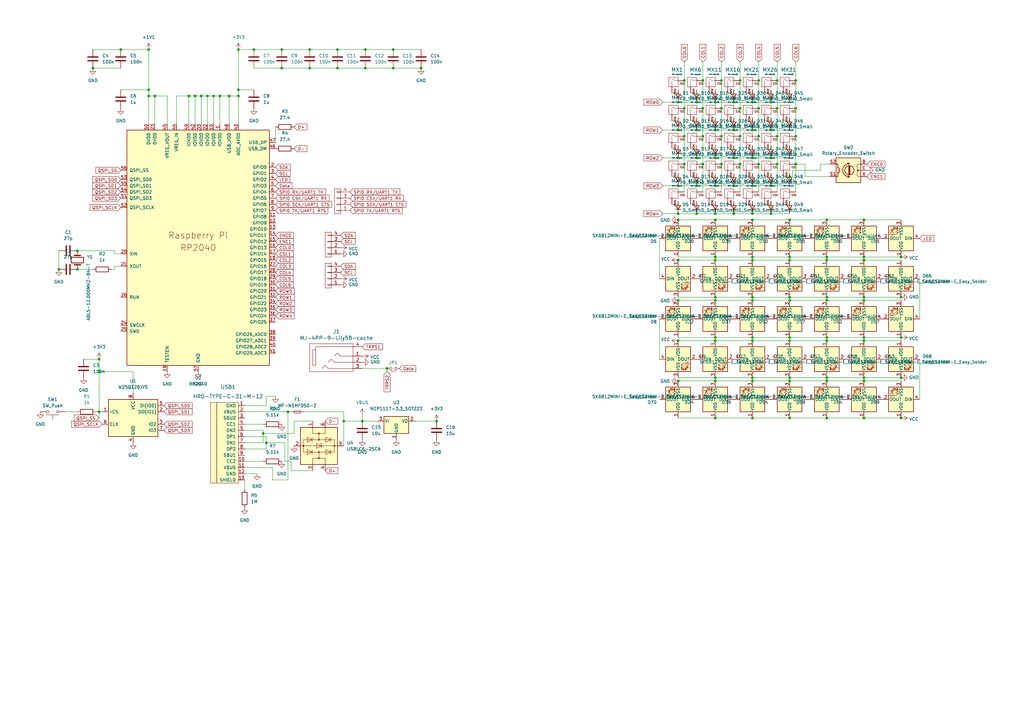
<source format=kicad_sch>
(kicad_sch (version 20210615) (generator eeschema)
  (paper "A3")
  (junction (at 24.13 110.49) (diameter 0.9144))
  (junction (at 31.75 102.87) (diameter 0.9144))
  (junction (at 31.75 110.49) (diameter 0.9144))
  (junction (at 38.1 27.94) (diameter 0.9144))
  (junction (at 40.64 147.32) (diameter 0.9144))
  (junction (at 40.64 152.4) (diameter 0.9144))
  (junction (at 40.64 168.91) (diameter 0.9144))
  (junction (at 49.53 20.32) (diameter 0.9144))
  (junction (at 60.96 20.32) (diameter 0.9144))
  (junction (at 60.96 36.83) (diameter 0.9144))
  (junction (at 60.96 39.37) (diameter 0.9144))
  (junction (at 63.5 39.37) (diameter 0.9144))
  (junction (at 77.47 39.37) (diameter 0.9144))
  (junction (at 80.01 39.37) (diameter 0.9144))
  (junction (at 82.55 39.37) (diameter 0.9144))
  (junction (at 85.09 39.37) (diameter 0.9144))
  (junction (at 87.63 39.37) (diameter 0.9144))
  (junction (at 90.17 39.37) (diameter 0.9144))
  (junction (at 93.98 39.37) (diameter 0.9144))
  (junction (at 97.79 20.32) (diameter 0.9144))
  (junction (at 97.79 36.83) (diameter 0.9144))
  (junction (at 97.79 39.37) (diameter 0.9144))
  (junction (at 104.14 20.32) (diameter 0.9144))
  (junction (at 107.95 177.8) (diameter 0.9144))
  (junction (at 109.22 181.61) (diameter 0.9144))
  (junction (at 115.57 20.32) (diameter 0.9144))
  (junction (at 115.57 27.94) (diameter 0.9144))
  (junction (at 118.11 168.91) (diameter 0.9144))
  (junction (at 127 20.32) (diameter 0.9144))
  (junction (at 127 27.94) (diameter 0.9144))
  (junction (at 138.43 20.32) (diameter 0.9144))
  (junction (at 138.43 27.94) (diameter 0.9144))
  (junction (at 140.97 172.72) (diameter 0.9144))
  (junction (at 148.59 172.72) (diameter 0.9144))
  (junction (at 149.86 20.32) (diameter 0.9144))
  (junction (at 149.86 27.94) (diameter 0.9144))
  (junction (at 158.75 151.13) (diameter 0.9144))
  (junction (at 161.29 20.32) (diameter 0.9144))
  (junction (at 161.29 27.94) (diameter 0.9144))
  (junction (at 172.72 27.94) (diameter 0.9144))
  (junction (at 179.07 172.72) (diameter 0.9144))
  (junction (at 278.13 41.91) (diameter 0.9144))
  (junction (at 278.13 53.34) (diameter 0.9144))
  (junction (at 278.13 64.77) (diameter 0.9144))
  (junction (at 278.13 76.2) (diameter 0.9144))
  (junction (at 278.13 87.63) (diameter 0.9144))
  (junction (at 278.13 90.17) (diameter 0.9144))
  (junction (at 278.13 106.68) (diameter 0.9144))
  (junction (at 278.13 123.19) (diameter 0.9144))
  (junction (at 278.13 139.7) (diameter 0.9144))
  (junction (at 278.13 156.21) (diameter 0.9144))
  (junction (at 280.67 33.02) (diameter 0.9144))
  (junction (at 280.67 44.45) (diameter 0.9144))
  (junction (at 280.67 55.88) (diameter 0.9144))
  (junction (at 280.67 67.31) (diameter 0.9144))
  (junction (at 285.75 41.91) (diameter 0.9144))
  (junction (at 285.75 53.34) (diameter 0.9144))
  (junction (at 285.75 64.77) (diameter 0.9144))
  (junction (at 285.75 76.2) (diameter 0.9144))
  (junction (at 285.75 87.63) (diameter 0.9144))
  (junction (at 288.29 33.02) (diameter 0.9144))
  (junction (at 288.29 44.45) (diameter 0.9144))
  (junction (at 288.29 55.88) (diameter 0.9144))
  (junction (at 288.29 67.31) (diameter 0.9144))
  (junction (at 293.37 41.91) (diameter 0.9144))
  (junction (at 293.37 53.34) (diameter 0.9144))
  (junction (at 293.37 64.77) (diameter 0.9144))
  (junction (at 293.37 76.2) (diameter 0.9144))
  (junction (at 293.37 87.63) (diameter 0.9144))
  (junction (at 293.37 90.17) (diameter 0.9144))
  (junction (at 293.37 105.41) (diameter 0.9144))
  (junction (at 293.37 106.68) (diameter 0.9144))
  (junction (at 293.37 121.92) (diameter 0.9144))
  (junction (at 293.37 123.19) (diameter 0.9144))
  (junction (at 293.37 138.43) (diameter 0.9144))
  (junction (at 293.37 139.7) (diameter 0.9144))
  (junction (at 293.37 154.94) (diameter 0.9144))
  (junction (at 293.37 156.21) (diameter 0.9144))
  (junction (at 293.37 171.45) (diameter 0.9144))
  (junction (at 295.91 33.02) (diameter 0.9144))
  (junction (at 295.91 44.45) (diameter 0.9144))
  (junction (at 295.91 55.88) (diameter 0.9144))
  (junction (at 295.91 67.31) (diameter 0.9144))
  (junction (at 300.99 41.91) (diameter 0.9144))
  (junction (at 300.99 53.34) (diameter 0.9144))
  (junction (at 300.99 64.77) (diameter 0.9144))
  (junction (at 300.99 76.2) (diameter 0.9144))
  (junction (at 300.99 87.63) (diameter 0.9144))
  (junction (at 303.53 33.02) (diameter 0.9144))
  (junction (at 303.53 44.45) (diameter 0.9144))
  (junction (at 303.53 55.88) (diameter 0.9144))
  (junction (at 303.53 67.31) (diameter 0.9144))
  (junction (at 308.61 41.91) (diameter 0.9144))
  (junction (at 308.61 53.34) (diameter 0.9144))
  (junction (at 308.61 64.77) (diameter 0.9144))
  (junction (at 308.61 76.2) (diameter 0.9144))
  (junction (at 308.61 87.63) (diameter 0.9144))
  (junction (at 308.61 90.17) (diameter 0.9144))
  (junction (at 308.61 105.41) (diameter 0.9144))
  (junction (at 308.61 106.68) (diameter 0.9144))
  (junction (at 308.61 121.92) (diameter 0.9144))
  (junction (at 308.61 123.19) (diameter 0.9144))
  (junction (at 308.61 138.43) (diameter 0.9144))
  (junction (at 308.61 139.7) (diameter 0.9144))
  (junction (at 308.61 154.94) (diameter 0.9144))
  (junction (at 308.61 156.21) (diameter 0.9144))
  (junction (at 308.61 171.45) (diameter 0.9144))
  (junction (at 311.15 33.02) (diameter 0.9144))
  (junction (at 311.15 44.45) (diameter 0.9144))
  (junction (at 311.15 55.88) (diameter 0.9144))
  (junction (at 311.15 67.31) (diameter 0.9144))
  (junction (at 316.23 41.91) (diameter 0.9144))
  (junction (at 316.23 53.34) (diameter 0.9144))
  (junction (at 316.23 64.77) (diameter 0.9144))
  (junction (at 316.23 76.2) (diameter 0.9144))
  (junction (at 316.23 87.63) (diameter 0.9144))
  (junction (at 318.77 33.02) (diameter 0.9144))
  (junction (at 318.77 44.45) (diameter 0.9144))
  (junction (at 318.77 55.88) (diameter 0.9144))
  (junction (at 318.77 67.31) (diameter 0.9144))
  (junction (at 323.85 72.39) (diameter 0.9144))
  (junction (at 323.85 90.17) (diameter 0.9144))
  (junction (at 323.85 105.41) (diameter 0.9144))
  (junction (at 323.85 106.68) (diameter 0.9144))
  (junction (at 323.85 121.92) (diameter 0.9144))
  (junction (at 323.85 123.19) (diameter 0.9144))
  (junction (at 323.85 138.43) (diameter 0.9144))
  (junction (at 323.85 139.7) (diameter 0.9144))
  (junction (at 323.85 154.94) (diameter 0.9144))
  (junction (at 323.85 156.21) (diameter 0.9144))
  (junction (at 323.85 171.45) (diameter 0.9144))
  (junction (at 326.39 33.02) (diameter 0.9144))
  (junction (at 326.39 44.45) (diameter 0.9144))
  (junction (at 326.39 55.88) (diameter 0.9144))
  (junction (at 326.39 67.31) (diameter 0.9144))
  (junction (at 339.09 90.17) (diameter 0.9144))
  (junction (at 339.09 105.41) (diameter 0.9144))
  (junction (at 339.09 106.68) (diameter 0.9144))
  (junction (at 339.09 121.92) (diameter 0.9144))
  (junction (at 339.09 123.19) (diameter 0.9144))
  (junction (at 339.09 138.43) (diameter 0.9144))
  (junction (at 339.09 139.7) (diameter 0.9144))
  (junction (at 339.09 154.94) (diameter 0.9144))
  (junction (at 339.09 156.21) (diameter 0.9144))
  (junction (at 339.09 171.45) (diameter 0.9144))
  (junction (at 354.33 90.17) (diameter 0.9144))
  (junction (at 354.33 105.41) (diameter 0.9144))
  (junction (at 354.33 106.68) (diameter 0.9144))
  (junction (at 354.33 121.92) (diameter 0.9144))
  (junction (at 354.33 123.19) (diameter 0.9144))
  (junction (at 354.33 138.43) (diameter 0.9144))
  (junction (at 354.33 139.7) (diameter 0.9144))
  (junction (at 354.33 154.94) (diameter 0.9144))
  (junction (at 354.33 156.21) (diameter 0.9144))
  (junction (at 354.33 171.45) (diameter 0.9144))
  (junction (at 369.57 105.41) (diameter 0.9144))
  (junction (at 369.57 121.92) (diameter 0.9144))
  (junction (at 369.57 138.43) (diameter 0.9144))
  (junction (at 369.57 154.94) (diameter 0.9144))
  (junction (at 369.57 171.45) (diameter 0.9144))
  (wire (pts (xy 24.13 102.87) (xy 24.13 110.49)))
  (wire (pts (xy 26.67 168.91) (xy 31.75 168.91)))
  (wire (pts (xy 31.75 102.87) (xy 46.99 102.87)))
  (wire (pts (xy 31.75 110.49) (xy 38.1 110.49)))
  (wire (pts (xy 34.29 147.32) (xy 40.64 147.32)))
  (wire (pts (xy 38.1 20.32) (xy 49.53 20.32)))
  (wire (pts (xy 38.1 27.94) (xy 49.53 27.94)))
  (wire (pts (xy 39.37 168.91) (xy 40.64 168.91)))
  (wire (pts (xy 40.64 152.4) (xy 40.64 147.32)))
  (wire (pts (xy 40.64 152.4) (xy 40.64 168.91)))
  (wire (pts (xy 40.64 168.91) (xy 40.64 171.45)))
  (wire (pts (xy 40.64 168.91) (xy 41.91 168.91)))
  (wire (pts (xy 45.72 110.49) (xy 46.99 110.49)))
  (wire (pts (xy 46.99 102.87) (xy 46.99 104.14)))
  (wire (pts (xy 46.99 104.14) (xy 49.53 104.14)))
  (wire (pts (xy 46.99 109.22) (xy 49.53 109.22)))
  (wire (pts (xy 46.99 110.49) (xy 46.99 109.22)))
  (wire (pts (xy 49.53 20.32) (xy 60.96 20.32)))
  (wire (pts (xy 49.53 36.83) (xy 60.96 36.83)))
  (wire (pts (xy 54.61 152.4) (xy 40.64 152.4)))
  (wire (pts (xy 54.61 161.29) (xy 54.61 152.4)))
  (wire (pts (xy 60.96 36.83) (xy 60.96 20.32)))
  (wire (pts (xy 60.96 39.37) (xy 60.96 36.83)))
  (wire (pts (xy 60.96 39.37) (xy 63.5 39.37)))
  (wire (pts (xy 60.96 50.8) (xy 60.96 39.37)))
  (wire (pts (xy 63.5 39.37) (xy 63.5 50.8)))
  (wire (pts (xy 63.5 39.37) (xy 68.58 39.37)))
  (wire (pts (xy 68.58 39.37) (xy 68.58 50.8)))
  (wire (pts (xy 72.39 39.37) (xy 77.47 39.37)))
  (wire (pts (xy 72.39 50.8) (xy 72.39 39.37)))
  (wire (pts (xy 77.47 39.37) (xy 77.47 50.8)))
  (wire (pts (xy 77.47 39.37) (xy 80.01 39.37)))
  (wire (pts (xy 80.01 39.37) (xy 80.01 50.8)))
  (wire (pts (xy 80.01 39.37) (xy 82.55 39.37)))
  (wire (pts (xy 82.55 39.37) (xy 82.55 50.8)))
  (wire (pts (xy 82.55 39.37) (xy 85.09 39.37)))
  (wire (pts (xy 85.09 39.37) (xy 85.09 50.8)))
  (wire (pts (xy 85.09 39.37) (xy 87.63 39.37)))
  (wire (pts (xy 87.63 39.37) (xy 87.63 50.8)))
  (wire (pts (xy 87.63 39.37) (xy 90.17 39.37)))
  (wire (pts (xy 90.17 39.37) (xy 90.17 50.8)))
  (wire (pts (xy 90.17 39.37) (xy 93.98 39.37)))
  (wire (pts (xy 93.98 39.37) (xy 93.98 50.8)))
  (wire (pts (xy 93.98 39.37) (xy 97.79 39.37)))
  (wire (pts (xy 97.79 20.32) (xy 104.14 20.32)))
  (wire (pts (xy 97.79 36.83) (xy 97.79 20.32)))
  (wire (pts (xy 97.79 36.83) (xy 104.14 36.83)))
  (wire (pts (xy 97.79 39.37) (xy 97.79 36.83)))
  (wire (pts (xy 97.79 39.37) (xy 97.79 50.8)))
  (wire (pts (xy 100.33 166.37) (xy 109.22 166.37)))
  (wire (pts (xy 100.33 168.91) (xy 118.11 168.91)))
  (wire (pts (xy 100.33 173.99) (xy 107.95 173.99)))
  (wire (pts (xy 100.33 179.07) (xy 109.22 179.07)))
  (wire (pts (xy 100.33 181.61) (xy 107.95 181.61)))
  (wire (pts (xy 100.33 189.23) (xy 107.95 189.23)))
  (wire (pts (xy 100.33 191.77) (xy 111.76 191.77)))
  (wire (pts (xy 100.33 194.31) (xy 105.41 194.31)))
  (wire (pts (xy 100.33 196.85) (xy 100.33 200.66)))
  (wire (pts (xy 104.14 20.32) (xy 115.57 20.32)))
  (wire (pts (xy 104.14 27.94) (xy 115.57 27.94)))
  (wire (pts (xy 107.95 176.53) (xy 100.33 176.53)))
  (wire (pts (xy 107.95 176.53) (xy 107.95 177.8)))
  (wire (pts (xy 107.95 177.8) (xy 107.95 181.61)))
  (wire (pts (xy 107.95 177.8) (xy 120.65 177.8)))
  (wire (pts (xy 109.22 162.56) (xy 113.03 162.56)))
  (wire (pts (xy 109.22 166.37) (xy 109.22 162.56)))
  (wire (pts (xy 109.22 179.07) (xy 109.22 181.61)))
  (wire (pts (xy 109.22 181.61) (xy 109.22 184.15)))
  (wire (pts (xy 109.22 181.61) (xy 116.84 181.61)))
  (wire (pts (xy 109.22 184.15) (xy 100.33 184.15)))
  (wire (pts (xy 111.76 191.77) (xy 111.76 196.85)))
  (wire (pts (xy 111.76 196.85) (xy 118.11 196.85)))
  (wire (pts (xy 113.03 52.07) (xy 113.03 58.42)))
  (wire (pts (xy 115.57 20.32) (xy 127 20.32)))
  (wire (pts (xy 115.57 27.94) (xy 127 27.94)))
  (wire (pts (xy 116.84 181.61) (xy 116.84 189.23)))
  (wire (pts (xy 116.84 189.23) (xy 119.38 189.23)))
  (wire (pts (xy 118.11 168.91) (xy 119.38 168.91)))
  (wire (pts (xy 118.11 196.85) (xy 118.11 168.91)))
  (wire (pts (xy 119.38 189.23) (xy 119.38 193.04)))
  (wire (pts (xy 119.38 193.04) (xy 128.27 193.04)))
  (wire (pts (xy 120.65 172.72) (xy 128.27 172.72)))
  (wire (pts (xy 120.65 177.8) (xy 120.65 172.72)))
  (wire (pts (xy 127 20.32) (xy 138.43 20.32)))
  (wire (pts (xy 127 27.94) (xy 138.43 27.94)))
  (wire (pts (xy 138.43 20.32) (xy 149.86 20.32)))
  (wire (pts (xy 138.43 27.94) (xy 149.86 27.94)))
  (wire (pts (xy 140.97 168.91) (xy 124.46 168.91)))
  (wire (pts (xy 140.97 172.72) (xy 140.97 168.91)))
  (wire (pts (xy 140.97 172.72) (xy 148.59 172.72)))
  (wire (pts (xy 140.97 182.88) (xy 140.97 172.72)))
  (wire (pts (xy 148.59 151.13) (xy 158.75 151.13)))
  (wire (pts (xy 148.59 170.18) (xy 148.59 172.72)))
  (wire (pts (xy 148.59 172.72) (xy 154.94 172.72)))
  (wire (pts (xy 149.86 20.32) (xy 161.29 20.32)))
  (wire (pts (xy 149.86 27.94) (xy 161.29 27.94)))
  (wire (pts (xy 158.75 151.13) (xy 158.75 152.4)))
  (wire (pts (xy 161.29 20.32) (xy 172.72 20.32)))
  (wire (pts (xy 161.29 27.94) (xy 172.72 27.94)))
  (wire (pts (xy 170.18 172.72) (xy 179.07 172.72)))
  (wire (pts (xy 270.51 97.79) (xy 270.51 114.3)))
  (wire (pts (xy 270.51 130.81) (xy 270.51 147.32)))
  (wire (pts (xy 275.59 38.1) (xy 278.13 38.1)))
  (wire (pts (xy 275.59 49.53) (xy 278.13 49.53)))
  (wire (pts (xy 275.59 60.96) (xy 278.13 60.96)))
  (wire (pts (xy 275.59 72.39) (xy 278.13 72.39)))
  (wire (pts (xy 275.59 83.82) (xy 278.13 83.82)))
  (wire (pts (xy 278.13 38.1) (xy 278.13 36.83)))
  (wire (pts (xy 278.13 41.91) (xy 271.78 41.91)))
  (wire (pts (xy 278.13 49.53) (xy 278.13 48.26)))
  (wire (pts (xy 278.13 53.34) (xy 271.78 53.34)))
  (wire (pts (xy 278.13 60.96) (xy 278.13 59.69)))
  (wire (pts (xy 278.13 64.77) (xy 271.78 64.77)))
  (wire (pts (xy 278.13 72.39) (xy 278.13 71.12)))
  (wire (pts (xy 278.13 76.2) (xy 271.78 76.2)))
  (wire (pts (xy 278.13 83.82) (xy 278.13 82.55)))
  (wire (pts (xy 278.13 87.63) (xy 271.78 87.63)))
  (wire (pts (xy 278.13 90.17) (xy 293.37 90.17)))
  (wire (pts (xy 278.13 105.41) (xy 293.37 105.41)))
  (wire (pts (xy 278.13 123.19) (xy 293.37 123.19)))
  (wire (pts (xy 278.13 138.43) (xy 293.37 138.43)))
  (wire (pts (xy 278.13 156.21) (xy 293.37 156.21)))
  (wire (pts (xy 278.13 171.45) (xy 293.37 171.45)))
  (wire (pts (xy 280.67 25.4) (xy 280.67 33.02)))
  (wire (pts (xy 280.67 44.45) (xy 280.67 33.02)))
  (wire (pts (xy 280.67 55.88) (xy 280.67 44.45)))
  (wire (pts (xy 280.67 67.31) (xy 280.67 55.88)))
  (wire (pts (xy 280.67 78.74) (xy 280.67 67.31)))
  (wire (pts (xy 283.21 38.1) (xy 285.75 38.1)))
  (wire (pts (xy 283.21 49.53) (xy 285.75 49.53)))
  (wire (pts (xy 283.21 60.96) (xy 285.75 60.96)))
  (wire (pts (xy 283.21 72.39) (xy 285.75 72.39)))
  (wire (pts (xy 283.21 83.82) (xy 285.75 83.82)))
  (wire (pts (xy 285.75 38.1) (xy 285.75 36.83)))
  (wire (pts (xy 285.75 41.91) (xy 278.13 41.91)))
  (wire (pts (xy 285.75 49.53) (xy 285.75 48.26)))
  (wire (pts (xy 285.75 53.34) (xy 278.13 53.34)))
  (wire (pts (xy 285.75 60.96) (xy 285.75 59.69)))
  (wire (pts (xy 285.75 64.77) (xy 278.13 64.77)))
  (wire (pts (xy 285.75 72.39) (xy 285.75 71.12)))
  (wire (pts (xy 285.75 76.2) (xy 278.13 76.2)))
  (wire (pts (xy 285.75 83.82) (xy 285.75 82.55)))
  (wire (pts (xy 285.75 87.63) (xy 278.13 87.63)))
  (wire (pts (xy 288.29 25.4) (xy 288.29 33.02)))
  (wire (pts (xy 288.29 44.45) (xy 288.29 33.02)))
  (wire (pts (xy 288.29 55.88) (xy 288.29 44.45)))
  (wire (pts (xy 288.29 67.31) (xy 288.29 55.88)))
  (wire (pts (xy 288.29 78.74) (xy 288.29 67.31)))
  (wire (pts (xy 290.83 38.1) (xy 293.37 38.1)))
  (wire (pts (xy 290.83 49.53) (xy 293.37 49.53)))
  (wire (pts (xy 290.83 60.96) (xy 293.37 60.96)))
  (wire (pts (xy 290.83 72.39) (xy 293.37 72.39)))
  (wire (pts (xy 290.83 83.82) (xy 293.37 83.82)))
  (wire (pts (xy 293.37 38.1) (xy 293.37 36.83)))
  (wire (pts (xy 293.37 41.91) (xy 285.75 41.91)))
  (wire (pts (xy 293.37 49.53) (xy 293.37 48.26)))
  (wire (pts (xy 293.37 53.34) (xy 285.75 53.34)))
  (wire (pts (xy 293.37 60.96) (xy 293.37 59.69)))
  (wire (pts (xy 293.37 64.77) (xy 285.75 64.77)))
  (wire (pts (xy 293.37 72.39) (xy 293.37 71.12)))
  (wire (pts (xy 293.37 76.2) (xy 285.75 76.2)))
  (wire (pts (xy 293.37 83.82) (xy 293.37 82.55)))
  (wire (pts (xy 293.37 87.63) (xy 285.75 87.63)))
  (wire (pts (xy 293.37 90.17) (xy 308.61 90.17)))
  (wire (pts (xy 293.37 105.41) (xy 308.61 105.41)))
  (wire (pts (xy 293.37 106.68) (xy 278.13 106.68)))
  (wire (pts (xy 293.37 121.92) (xy 278.13 121.92)))
  (wire (pts (xy 293.37 123.19) (xy 308.61 123.19)))
  (wire (pts (xy 293.37 138.43) (xy 308.61 138.43)))
  (wire (pts (xy 293.37 139.7) (xy 278.13 139.7)))
  (wire (pts (xy 293.37 154.94) (xy 278.13 154.94)))
  (wire (pts (xy 293.37 156.21) (xy 308.61 156.21)))
  (wire (pts (xy 293.37 171.45) (xy 308.61 171.45)))
  (wire (pts (xy 295.91 25.4) (xy 295.91 33.02)))
  (wire (pts (xy 295.91 44.45) (xy 295.91 33.02)))
  (wire (pts (xy 295.91 55.88) (xy 295.91 44.45)))
  (wire (pts (xy 295.91 67.31) (xy 295.91 55.88)))
  (wire (pts (xy 295.91 78.74) (xy 295.91 67.31)))
  (wire (pts (xy 298.45 38.1) (xy 300.99 38.1)))
  (wire (pts (xy 298.45 49.53) (xy 300.99 49.53)))
  (wire (pts (xy 298.45 60.96) (xy 300.99 60.96)))
  (wire (pts (xy 298.45 72.39) (xy 300.99 72.39)))
  (wire (pts (xy 298.45 83.82) (xy 300.99 83.82)))
  (wire (pts (xy 300.99 38.1) (xy 300.99 36.83)))
  (wire (pts (xy 300.99 41.91) (xy 293.37 41.91)))
  (wire (pts (xy 300.99 49.53) (xy 300.99 48.26)))
  (wire (pts (xy 300.99 53.34) (xy 293.37 53.34)))
  (wire (pts (xy 300.99 60.96) (xy 300.99 59.69)))
  (wire (pts (xy 300.99 64.77) (xy 293.37 64.77)))
  (wire (pts (xy 300.99 72.39) (xy 300.99 71.12)))
  (wire (pts (xy 300.99 76.2) (xy 293.37 76.2)))
  (wire (pts (xy 300.99 83.82) (xy 300.99 82.55)))
  (wire (pts (xy 300.99 87.63) (xy 293.37 87.63)))
  (wire (pts (xy 303.53 25.4) (xy 303.53 33.02)))
  (wire (pts (xy 303.53 44.45) (xy 303.53 33.02)))
  (wire (pts (xy 303.53 55.88) (xy 303.53 44.45)))
  (wire (pts (xy 303.53 67.31) (xy 303.53 55.88)))
  (wire (pts (xy 303.53 78.74) (xy 303.53 67.31)))
  (wire (pts (xy 306.07 38.1) (xy 308.61 38.1)))
  (wire (pts (xy 306.07 49.53) (xy 308.61 49.53)))
  (wire (pts (xy 306.07 60.96) (xy 308.61 60.96)))
  (wire (pts (xy 306.07 72.39) (xy 308.61 72.39)))
  (wire (pts (xy 306.07 83.82) (xy 308.61 83.82)))
  (wire (pts (xy 308.61 38.1) (xy 308.61 36.83)))
  (wire (pts (xy 308.61 41.91) (xy 300.99 41.91)))
  (wire (pts (xy 308.61 49.53) (xy 308.61 48.26)))
  (wire (pts (xy 308.61 53.34) (xy 300.99 53.34)))
  (wire (pts (xy 308.61 60.96) (xy 308.61 59.69)))
  (wire (pts (xy 308.61 64.77) (xy 300.99 64.77)))
  (wire (pts (xy 308.61 72.39) (xy 308.61 71.12)))
  (wire (pts (xy 308.61 76.2) (xy 300.99 76.2)))
  (wire (pts (xy 308.61 83.82) (xy 308.61 82.55)))
  (wire (pts (xy 308.61 87.63) (xy 300.99 87.63)))
  (wire (pts (xy 308.61 90.17) (xy 323.85 90.17)))
  (wire (pts (xy 308.61 105.41) (xy 323.85 105.41)))
  (wire (pts (xy 308.61 106.68) (xy 293.37 106.68)))
  (wire (pts (xy 308.61 121.92) (xy 293.37 121.92)))
  (wire (pts (xy 308.61 123.19) (xy 323.85 123.19)))
  (wire (pts (xy 308.61 138.43) (xy 323.85 138.43)))
  (wire (pts (xy 308.61 139.7) (xy 293.37 139.7)))
  (wire (pts (xy 308.61 154.94) (xy 293.37 154.94)))
  (wire (pts (xy 308.61 156.21) (xy 323.85 156.21)))
  (wire (pts (xy 308.61 171.45) (xy 323.85 171.45)))
  (wire (pts (xy 311.15 25.4) (xy 311.15 33.02)))
  (wire (pts (xy 311.15 44.45) (xy 311.15 33.02)))
  (wire (pts (xy 311.15 55.88) (xy 311.15 44.45)))
  (wire (pts (xy 311.15 67.31) (xy 311.15 55.88)))
  (wire (pts (xy 311.15 78.74) (xy 311.15 67.31)))
  (wire (pts (xy 313.69 38.1) (xy 316.23 38.1)))
  (wire (pts (xy 313.69 49.53) (xy 316.23 49.53)))
  (wire (pts (xy 313.69 60.96) (xy 316.23 60.96)))
  (wire (pts (xy 313.69 72.39) (xy 316.23 72.39)))
  (wire (pts (xy 313.69 83.82) (xy 316.23 83.82)))
  (wire (pts (xy 316.23 38.1) (xy 316.23 36.83)))
  (wire (pts (xy 316.23 41.91) (xy 308.61 41.91)))
  (wire (pts (xy 316.23 49.53) (xy 316.23 48.26)))
  (wire (pts (xy 316.23 53.34) (xy 308.61 53.34)))
  (wire (pts (xy 316.23 60.96) (xy 316.23 59.69)))
  (wire (pts (xy 316.23 64.77) (xy 308.61 64.77)))
  (wire (pts (xy 316.23 72.39) (xy 316.23 71.12)))
  (wire (pts (xy 316.23 76.2) (xy 308.61 76.2)))
  (wire (pts (xy 316.23 83.82) (xy 316.23 82.55)))
  (wire (pts (xy 316.23 87.63) (xy 308.61 87.63)))
  (wire (pts (xy 318.77 25.4) (xy 318.77 33.02)))
  (wire (pts (xy 318.77 44.45) (xy 318.77 33.02)))
  (wire (pts (xy 318.77 55.88) (xy 318.77 44.45)))
  (wire (pts (xy 318.77 67.31) (xy 318.77 55.88)))
  (wire (pts (xy 318.77 78.74) (xy 318.77 67.31)))
  (wire (pts (xy 321.31 38.1) (xy 323.85 38.1)))
  (wire (pts (xy 321.31 49.53) (xy 323.85 49.53)))
  (wire (pts (xy 321.31 60.96) (xy 323.85 60.96)))
  (wire (pts (xy 321.31 72.39) (xy 323.85 72.39)))
  (wire (pts (xy 321.31 83.82) (xy 323.85 83.82)))
  (wire (pts (xy 323.85 38.1) (xy 323.85 36.83)))
  (wire (pts (xy 323.85 41.91) (xy 316.23 41.91)))
  (wire (pts (xy 323.85 49.53) (xy 323.85 48.26)))
  (wire (pts (xy 323.85 53.34) (xy 316.23 53.34)))
  (wire (pts (xy 323.85 60.96) (xy 323.85 59.69)))
  (wire (pts (xy 323.85 64.77) (xy 316.23 64.77)))
  (wire (pts (xy 323.85 72.39) (xy 323.85 71.12)))
  (wire (pts (xy 323.85 76.2) (xy 316.23 76.2)))
  (wire (pts (xy 323.85 83.82) (xy 323.85 82.55)))
  (wire (pts (xy 323.85 87.63) (xy 316.23 87.63)))
  (wire (pts (xy 323.85 90.17) (xy 339.09 90.17)))
  (wire (pts (xy 323.85 105.41) (xy 339.09 105.41)))
  (wire (pts (xy 323.85 106.68) (xy 308.61 106.68)))
  (wire (pts (xy 323.85 121.92) (xy 308.61 121.92)))
  (wire (pts (xy 323.85 123.19) (xy 339.09 123.19)))
  (wire (pts (xy 323.85 138.43) (xy 339.09 138.43)))
  (wire (pts (xy 323.85 139.7) (xy 308.61 139.7)))
  (wire (pts (xy 323.85 154.94) (xy 308.61 154.94)))
  (wire (pts (xy 323.85 156.21) (xy 339.09 156.21)))
  (wire (pts (xy 323.85 171.45) (xy 339.09 171.45)))
  (wire (pts (xy 325.12 69.85) (xy 325.12 72.39)))
  (wire (pts (xy 325.12 72.39) (xy 323.85 72.39)))
  (wire (pts (xy 326.39 25.4) (xy 326.39 33.02)))
  (wire (pts (xy 326.39 44.45) (xy 326.39 33.02)))
  (wire (pts (xy 326.39 55.88) (xy 326.39 44.45)))
  (wire (pts (xy 326.39 55.88) (xy 326.39 67.31)))
  (wire (pts (xy 326.39 67.31) (xy 326.39 78.74)))
  (wire (pts (xy 330.2 67.31) (xy 326.39 67.31)))
  (wire (pts (xy 330.2 72.39) (xy 330.2 67.31)))
  (wire (pts (xy 330.2 72.39) (xy 340.36 72.39)))
  (wire (pts (xy 336.55 67.31) (xy 336.55 69.85)))
  (wire (pts (xy 336.55 69.85) (xy 325.12 69.85)))
  (wire (pts (xy 339.09 90.17) (xy 354.33 90.17)))
  (wire (pts (xy 339.09 105.41) (xy 354.33 105.41)))
  (wire (pts (xy 339.09 106.68) (xy 323.85 106.68)))
  (wire (pts (xy 339.09 121.92) (xy 323.85 121.92)))
  (wire (pts (xy 339.09 123.19) (xy 354.33 123.19)))
  (wire (pts (xy 339.09 138.43) (xy 354.33 138.43)))
  (wire (pts (xy 339.09 139.7) (xy 323.85 139.7)))
  (wire (pts (xy 339.09 154.94) (xy 323.85 154.94)))
  (wire (pts (xy 339.09 156.21) (xy 354.33 156.21)))
  (wire (pts (xy 339.09 171.45) (xy 354.33 171.45)))
  (wire (pts (xy 340.36 67.31) (xy 336.55 67.31)))
  (wire (pts (xy 354.33 90.17) (xy 369.57 90.17)))
  (wire (pts (xy 354.33 105.41) (xy 369.57 105.41)))
  (wire (pts (xy 354.33 106.68) (xy 339.09 106.68)))
  (wire (pts (xy 354.33 121.92) (xy 339.09 121.92)))
  (wire (pts (xy 354.33 123.19) (xy 369.57 123.19)))
  (wire (pts (xy 354.33 138.43) (xy 369.57 138.43)))
  (wire (pts (xy 354.33 139.7) (xy 339.09 139.7)))
  (wire (pts (xy 354.33 154.94) (xy 339.09 154.94)))
  (wire (pts (xy 354.33 156.21) (xy 369.57 156.21)))
  (wire (pts (xy 354.33 171.45) (xy 369.57 171.45)))
  (wire (pts (xy 369.57 106.68) (xy 354.33 106.68)))
  (wire (pts (xy 369.57 121.92) (xy 354.33 121.92)))
  (wire (pts (xy 369.57 139.7) (xy 354.33 139.7)))
  (wire (pts (xy 369.57 154.94) (xy 354.33 154.94)))
  (wire (pts (xy 377.19 114.3) (xy 377.19 130.81)))
  (wire (pts (xy 377.19 147.32) (xy 377.19 163.83)))
  (global_label "QSPI_SS" (shape input) (at 40.64 171.45 180) (property "Intersheet References" "${INTERSHEET_REFS}" (effects hide)))
  (global_label "QSPI_SCLK" (shape input) (at 41.91 173.99 180) (property "Intersheet References" "${INTERSHEET_REFS}" (effects hide)))
  (global_label "QSPI_SS" (shape input) (at 49.53 69.85 180) (property "Intersheet References" "${INTERSHEET_REFS}" (effects hide)))
  (global_label "QSPI_SD0" (shape input) (at 49.53 73.66 180) (property "Intersheet References" "${INTERSHEET_REFS}" (effects hide)))
  (global_label "QSPI_SD1" (shape input) (at 49.53 76.2 180) (property "Intersheet References" "${INTERSHEET_REFS}" (effects hide)))
  (global_label "QSPI_SD2" (shape input) (at 49.53 78.74 180) (property "Intersheet References" "${INTERSHEET_REFS}" (effects hide)))
  (global_label "QSPI_SD3" (shape input) (at 49.53 81.28 180) (property "Intersheet References" "${INTERSHEET_REFS}" (effects hide)))
  (global_label "QSPI_SCLK" (shape input) (at 49.53 85.09 180) (property "Intersheet References" "${INTERSHEET_REFS}" (effects hide)))
  (global_label "QSPI_SD0" (shape input) (at 67.31 166.37 0) (property "Intersheet References" "${INTERSHEET_REFS}" (effects hide)))
  (global_label "QSPI_SD1" (shape input) (at 67.31 168.91 0) (property "Intersheet References" "${INTERSHEET_REFS}" (effects hide)))
  (global_label "QSPI_SD2" (shape input) (at 67.31 173.99 0) (property "Intersheet References" "${INTERSHEET_REFS}" (effects hide)))
  (global_label "QSPI_SD3" (shape input) (at 67.31 176.53 0) (property "Intersheet References" "${INTERSHEET_REFS}" (effects hide)))
  (global_label "SDA" (shape input) (at 113.03 68.58 0) (property "Intersheet References" "${INTERSHEET_REFS}" (effects hide)))
  (global_label "SCL" (shape input) (at 113.03 71.12 0) (property "Intersheet References" "${INTERSHEET_REFS}" (effects hide)))
  (global_label "LED" (shape input) (at 113.03 73.66 0) (property "Intersheet References" "${INTERSHEET_REFS}" (effects hide)))
  (global_label "Data" (shape input) (at 113.03 76.2 0) (property "Intersheet References" "${INTERSHEET_REFS}" (effects hide)))
  (global_label "SPI0 RX{slash}UART1 TX" (shape input) (at 113.03 78.74 0) (property "Intersheet References" "${INTERSHEET_REFS}" (effects hide)))
  (global_label "SPI0 CSn{slash}UART1 RX" (shape input) (at 113.03 81.28 0) (property "Intersheet References" "${INTERSHEET_REFS}" (effects hide)))
  (global_label "SPI0 SCK{slash}UART1 CTS" (shape input) (at 113.03 83.82 0) (property "Intersheet References" "${INTERSHEET_REFS}" (effects hide)))
  (global_label "SPI0 TX{slash}UART1 RTS" (shape input) (at 113.03 86.36 0) (property "Intersheet References" "${INTERSHEET_REFS}" (effects hide)))
  (global_label "ENC0" (shape input) (at 113.03 96.52 0) (property "Intersheet References" "${INTERSHEET_REFS}" (effects hide)))
  (global_label "ENC1" (shape input) (at 113.03 99.06 0) (property "Intersheet References" "${INTERSHEET_REFS}" (effects hide)))
  (global_label "COL0" (shape input) (at 113.03 101.6 0) (property "Intersheet References" "${INTERSHEET_REFS}" (effects hide)))
  (global_label "COL1" (shape input) (at 113.03 104.14 0) (property "Intersheet References" "${INTERSHEET_REFS}" (effects hide)))
  (global_label "COL2" (shape input) (at 113.03 106.68 0) (property "Intersheet References" "${INTERSHEET_REFS}" (effects hide)))
  (global_label "COL3" (shape input) (at 113.03 109.22 0) (property "Intersheet References" "${INTERSHEET_REFS}" (effects hide)))
  (global_label "COL4" (shape input) (at 113.03 111.76 0) (property "Intersheet References" "${INTERSHEET_REFS}" (effects hide)))
  (global_label "COL5" (shape input) (at 113.03 114.3 0) (property "Intersheet References" "${INTERSHEET_REFS}" (effects hide)))
  (global_label "COL6" (shape input) (at 113.03 116.84 0) (property "Intersheet References" "${INTERSHEET_REFS}" (effects hide)))
  (global_label "ROW0" (shape input) (at 113.03 119.38 0) (property "Intersheet References" "${INTERSHEET_REFS}" (effects hide)))
  (global_label "ROW1" (shape input) (at 113.03 121.92 0) (property "Intersheet References" "${INTERSHEET_REFS}" (effects hide)))
  (global_label "ROW2" (shape input) (at 113.03 124.46 0) (property "Intersheet References" "${INTERSHEET_REFS}" (effects hide)))
  (global_label "ROW3" (shape input) (at 113.03 127 0) (property "Intersheet References" "${INTERSHEET_REFS}" (effects hide)))
  (global_label "ROW4" (shape input) (at 113.03 129.54 0) (property "Intersheet References" "${INTERSHEET_REFS}" (effects hide)))
  (global_label "D+" (shape input) (at 120.65 52.07 0) (property "Intersheet References" "${INTERSHEET_REFS}" (effects hide)))
  (global_label "D-" (shape input) (at 120.65 60.96 0) (property "Intersheet References" "${INTERSHEET_REFS}" (effects hide)))
  (global_label "D-" (shape input) (at 133.35 172.72 0) (property "Intersheet References" "${INTERSHEET_REFS}" (effects hide)))
  (global_label "D+" (shape input) (at 133.35 193.04 0) (property "Intersheet References" "${INTERSHEET_REFS}" (effects hide)))
  (global_label "SDA" (shape input) (at 139.7 96.52 0) (property "Intersheet References" "${INTERSHEET_REFS}" (effects hide)))
  (global_label "SCL" (shape input) (at 139.7 99.06 0) (property "Intersheet References" "${INTERSHEET_REFS}" (effects hide)))
  (global_label "SDA" (shape input) (at 139.7 109.22 0) (property "Intersheet References" "${INTERSHEET_REFS}" (effects hide)))
  (global_label "SCL" (shape input) (at 139.7 111.76 0) (property "Intersheet References" "${INTERSHEET_REFS}" (effects hide)))
  (global_label "SPI0 RX{slash}UART1 TX" (shape input) (at 143.51 78.74 0) (property "Intersheet References" "${INTERSHEET_REFS}" (effects hide)))
  (global_label "SPI0 CSn{slash}UART1 RX" (shape input) (at 143.51 81.28 0) (property "Intersheet References" "${INTERSHEET_REFS}" (effects hide)))
  (global_label "SPI0 SCK{slash}UART1 CTS" (shape input) (at 143.51 83.82 0) (property "Intersheet References" "${INTERSHEET_REFS}" (effects hide)))
  (global_label "SPI0 TX{slash}UART1 RTS" (shape input) (at 143.51 86.36 0) (property "Intersheet References" "${INTERSHEET_REFS}" (effects hide)))
  (global_label "TRRS1" (shape input) (at 148.59 142.24 0) (property "Intersheet References" "${INTERSHEET_REFS}" (effects hide)))
  (global_label "TRRS2" (shape input) (at 158.75 152.4 270) (property "Intersheet References" "${INTERSHEET_REFS}" (effects hide)))
  (global_label "Data" (shape input) (at 163.83 151.13 0) (property "Intersheet References" "${INTERSHEET_REFS}" (effects hide)))
  (global_label "ROW0" (shape input) (at 271.78 41.91 180) (property "Intersheet References" "${INTERSHEET_REFS}" (effects hide)))
  (global_label "ROW1" (shape input) (at 271.78 53.34 180) (property "Intersheet References" "${INTERSHEET_REFS}" (effects hide)))
  (global_label "ROW2" (shape input) (at 271.78 64.77 180) (property "Intersheet References" "${INTERSHEET_REFS}" (effects hide)))
  (global_label "ROW3" (shape input) (at 271.78 76.2 180) (property "Intersheet References" "${INTERSHEET_REFS}" (effects hide)))
  (global_label "ROW4" (shape input) (at 271.78 87.63 180) (property "Intersheet References" "${INTERSHEET_REFS}" (effects hide)))
  (global_label "COL0" (shape input) (at 280.67 25.4 90) (property "Intersheet References" "${INTERSHEET_REFS}" (effects hide)))
  (global_label "COL1" (shape input) (at 288.29 25.4 90) (property "Intersheet References" "${INTERSHEET_REFS}" (effects hide)))
  (global_label "COL2" (shape input) (at 295.91 25.4 90) (property "Intersheet References" "${INTERSHEET_REFS}" (effects hide)))
  (global_label "COL3" (shape input) (at 303.53 25.4 90) (property "Intersheet References" "${INTERSHEET_REFS}" (effects hide)))
  (global_label "COL4" (shape input) (at 311.15 25.4 90) (property "Intersheet References" "${INTERSHEET_REFS}" (effects hide)))
  (global_label "COL5" (shape input) (at 318.77 25.4 90) (property "Intersheet References" "${INTERSHEET_REFS}" (effects hide)))
  (global_label "COL6" (shape input) (at 326.39 25.4 90) (property "Intersheet References" "${INTERSHEET_REFS}" (effects hide)))
  (global_label "ENC0" (shape input) (at 355.6 67.31 0) (property "Intersheet References" "${INTERSHEET_REFS}" (effects hide)))
  (global_label "ENC1" (shape input) (at 355.6 72.39 0) (property "Intersheet References" "${INTERSHEET_REFS}" (effects hide)))
  (global_label "LED" (shape input) (at 377.19 97.79 0) (property "Intersheet References" "${INTERSHEET_REFS}" (effects hide)))
  (symbol (lib_id "RP2040_minimal-cache:+3.3V") (at 40.64 147.32 0) (unit 1)
    (property "Reference" "#PWR0122" (effects hide))
    (property "Value" "+3.3V" (at 40.64 142.24 0))
  )
  (symbol (lib_id "RP2040_minimal-cache:power_+1V1") (at 60.96 20.32 0) (unit 1)
    (property "Reference" "#PWR0114" (effects hide))
    (property "Value" "power_+1V1" (at 60.96 15.24 0))
  )
  (symbol (lib_id "RP2040_minimal-cache:+3.3V") (at 97.79 20.32 0) (unit 1)
    (property "Reference" "#PWR0115" (effects hide))
    (property "Value" "+3.3V" (at 97.79 15.24 0))
  )
  (symbol (lib_id "power:VCC") (at 139.7 101.6 270) (unit 1)
    (property "Reference" "#PWR0108" (effects hide))
    (property "Value" "VCC" (at 142.9512 102.0318 90) (effects (justify left)))
  )
  (symbol (lib_id "power:VCC") (at 139.7 114.3 270) (unit 1)
    (property "Reference" "#PWR0134" (effects hide))
    (property "Value" "VCC" (at 142.9512 114.7318 90) (effects (justify left)))
  )
  (symbol (lib_id "power:VCC") (at 148.59 146.05 270) (unit 1)
    (property "Reference" "#PWR0131" (effects hide))
    (property "Value" "VCC" (at 151.8412 146.4818 90) (effects (justify left)))
  )
  (symbol (lib_id "RP2040_minimal-cache:power_VBUS") (at 148.59 170.18 0) (unit 1)
    (property "Reference" "#PWR0102" (effects hide))
    (property "Value" "power_VBUS" (at 148.59 165.1 0))
  )
  (symbol (lib_id "RP2040_minimal-cache:+3.3V") (at 179.07 172.72 0) (unit 1)
    (property "Reference" "#PWR0101" (effects hide))
    (property "Value" "+3.3V" (at 179.07 167.64 0))
  )
  (symbol (lib_id "power:VCC") (at 278.13 106.68 90) (unit 1)
    (property "Reference" "#PWR0104" (effects hide))
    (property "Value" "VCC" (at 274.8788 106.2482 90) (effects (justify left)))
  )
  (symbol (lib_id "power:VCC") (at 278.13 139.7 90) (unit 1)
    (property "Reference" "#PWR0103" (effects hide))
    (property "Value" "VCC" (at 274.8788 139.2682 90) (effects (justify left)))
  )
  (symbol (lib_id "power:VCC") (at 369.57 105.41 270) (unit 1)
    (property "Reference" "#PWR0142" (effects hide))
    (property "Value" "VCC" (at 372.8212 105.8418 90) (effects (justify left)))
  )
  (symbol (lib_id "power:VCC") (at 369.57 138.43 270) (unit 1)
    (property "Reference" "#PWR0138" (effects hide))
    (property "Value" "VCC" (at 372.8212 138.8618 90) (effects (justify left)))
  )
  (symbol (lib_id "power:VCC") (at 369.57 171.45 270) (unit 1)
    (property "Reference" "#PWR0141" (effects hide))
    (property "Value" "VCC" (at 372.8212 171.8818 90) (effects (justify left)))
  )
  (symbol (lib_id "Device:Fuse_Small") (at 121.92 168.91 0) (unit 1)
    (property "Reference" "F1" (at 121.92 163.83 0))
    (property "Value" "MF-NSMF050-2" (at 121.92 166.37 0))
    (property "Footprint" "Fuse:Fuse_1206_3216Metric" (effects hide))
    (property "LCSC" "C75464" (effects hide))
  )
  (symbol (lib_id "power:GND") (at 16.51 168.91 0) (unit 1)
    (property "Reference" "#PWR0128" (effects hide))
    (property "Value" "GND" (at 16.51 173.99 0))
  )
  (symbol (lib_id "power:GND") (at 24.13 110.49 0) (unit 1)
    (property "Reference" "#PWR0123" (effects hide))
    (property "Value" "GND" (at 24.13 115.57 0))
  )
  (symbol (lib_id "power:GND") (at 34.29 154.94 0) (unit 1)
    (property "Reference" "#PWR0124" (effects hide))
    (property "Value" "GND" (at 34.29 160.02 0))
  )
  (symbol (lib_id "power:GND") (at 38.1 27.94 0) (unit 1)
    (property "Reference" "#PWR0137" (effects hide))
    (property "Value" "GND" (at 38.1 33.02 0))
  )
  (symbol (lib_id "power:GND") (at 49.53 44.45 0) (unit 1)
    (property "Reference" "#PWR0136" (effects hide))
    (property "Value" "GND" (at 49.53 49.53 0))
  )
  (symbol (lib_id "power:GND") (at 54.61 181.61 0) (unit 1)
    (property "Reference" "#PWR0125" (effects hide))
    (property "Value" "GND" (at 54.61 186.69 0))
  )
  (symbol (lib_id "power:GND") (at 68.58 152.4 0) (unit 1)
    (property "Reference" "#PWR0126" (effects hide))
    (property "Value" "GND" (at 68.58 157.48 0))
  )
  (symbol (lib_id "power:GND") (at 81.28 152.4 0) (unit 1)
    (property "Reference" "#PWR0127" (effects hide))
    (property "Value" "GND" (at 81.28 157.48 0))
  )
  (symbol (lib_id "power:GND") (at 100.33 208.28 0) (unit 1)
    (property "Reference" "#PWR0117" (effects hide))
    (property "Value" "GND" (at 100.33 213.36 0))
  )
  (symbol (lib_id "power:GND") (at 104.14 44.45 0) (unit 1)
    (property "Reference" "#PWR0130" (effects hide))
    (property "Value" "GND" (at 104.14 49.53 0))
  )
  (symbol (lib_id "power:GND") (at 105.41 194.31 0) (unit 1)
    (property "Reference" "#PWR0121" (effects hide))
    (property "Value" "GND" (at 105.41 199.39 0))
  )
  (symbol (lib_id "power:GND") (at 113.03 162.56 0) (unit 1)
    (property "Reference" "#PWR0118" (effects hide))
    (property "Value" "GND" (at 113.03 167.64 0))
  )
  (symbol (lib_id "power:GND") (at 115.57 173.99 0) (unit 1)
    (property "Reference" "#PWR0120" (effects hide))
    (property "Value" "GND" (at 115.57 179.07 0))
  )
  (symbol (lib_id "power:GND") (at 115.57 189.23 0) (unit 1)
    (property "Reference" "#PWR0119" (effects hide))
    (property "Value" "GND" (at 115.57 194.31 0))
  )
  (symbol (lib_id "power:GND") (at 120.65 182.88 0) (unit 1)
    (property "Reference" "#PWR0145" (effects hide))
    (property "Value" "GND" (at 120.65 187.96 0))
  )
  (symbol (lib_id "power:GND") (at 139.7 104.14 90) (unit 1)
    (property "Reference" "#PWR0109" (effects hide))
    (property "Value" "GND" (at 142.9512 104.013 90) (effects (justify right)))
  )
  (symbol (lib_id "power:GND") (at 139.7 116.84 90) (unit 1)
    (property "Reference" "#PWR0135" (effects hide))
    (property "Value" "GND" (at 142.9512 116.713 90) (effects (justify right)))
  )
  (symbol (lib_id "power:GND") (at 148.59 148.59 90) (unit 1)
    (property "Reference" "#PWR0132" (effects hide))
    (property "Value" "GND" (at 151.8412 148.463 90) (effects (justify right)))
  )
  (symbol (lib_id "power:GND") (at 148.59 180.34 0) (unit 1)
    (property "Reference" "#PWR0111" (effects hide))
    (property "Value" "GND" (at 148.59 185.42 0))
  )
  (symbol (lib_id "power:GND") (at 162.56 180.34 0) (unit 1)
    (property "Reference" "#PWR0110" (effects hide))
    (property "Value" "GND" (at 162.56 185.42 0))
  )
  (symbol (lib_id "power:GND") (at 172.72 27.94 0) (unit 1)
    (property "Reference" "#PWR0129" (effects hide))
    (property "Value" "GND" (at 172.72 33.02 0))
  )
  (symbol (lib_id "power:GND") (at 179.07 180.34 0) (unit 1)
    (property "Reference" "#PWR0112" (effects hide))
    (property "Value" "GND" (at 179.07 185.42 0))
  )
  (symbol (lib_id "power:GND") (at 278.13 90.17 270) (unit 1)
    (property "Reference" "#PWR0113" (effects hide))
    (property "Value" "GND" (at 274.8788 90.297 90) (effects (justify right)))
  )
  (symbol (lib_id "power:GND") (at 278.13 123.19 270) (unit 1)
    (property "Reference" "#PWR0105" (effects hide))
    (property "Value" "GND" (at 274.8788 123.317 90) (effects (justify right)))
  )
  (symbol (lib_id "power:GND") (at 278.13 156.21 270) (unit 1)
    (property "Reference" "#PWR0144" (effects hide))
    (property "Value" "GND" (at 274.8788 156.337 90) (effects (justify right)))
  )
  (symbol (lib_id "power:GND") (at 355.6 69.85 90) (unit 1)
    (property "Reference" "#PWR0143" (effects hide))
    (property "Value" "GND" (at 358.8512 69.723 90) (effects (justify right)))
  )
  (symbol (lib_id "power:GND") (at 369.57 121.92 90) (unit 1)
    (property "Reference" "#PWR0139" (effects hide))
    (property "Value" "GND" (at 372.8212 121.793 90) (effects (justify right)))
  )
  (symbol (lib_id "power:GND") (at 369.57 154.94 90) (unit 1)
    (property "Reference" "#PWR0140" (effects hide))
    (property "Value" "GND" (at 372.8212 154.813 90) (effects (justify right)))
  )
  (symbol (lib_id "ZodiarkSplit-rescue:Jumper_NC_Small-Device") (at 161.29 151.13 180) (unit 1)
    (property "Reference" "JP1" (at 161.29 148.7424 0))
    (property "Value" "Jumper_NC_Small" (effects hide))
    (property "Footprint" "Zodiark:jumper_data" (effects hide))
  )
  (symbol (lib_id "Device:D_Small") (at 278.13 39.37 90) (unit 1)
    (property "Reference" "D1" (at 279.8572 38.2016 90) (effects (justify right)))
    (property "Value" "D_Small" (at 279.8572 40.513 90) (effects (justify right)))
    (property "Footprint" "Diode_SMD:D_SOD-123F" (effects hide))
    (property "LCSC" "C132821" (effects hide))
  )
  (symbol (lib_id "Device:D_Small") (at 278.13 50.8 90) (unit 1)
    (property "Reference" "D2" (at 279.8572 49.6316 90) (effects (justify right)))
    (property "Value" "D_Small" (at 279.8572 51.943 90) (effects (justify right)))
    (property "Footprint" "Diode_SMD:D_SOD-123F" (effects hide))
    (property "LCSC" "C132821" (effects hide))
  )
  (symbol (lib_id "Device:D_Small") (at 278.13 62.23 90) (unit 1)
    (property "Reference" "D3" (at 279.8572 61.0616 90) (effects (justify right)))
    (property "Value" "D_Small" (at 279.8572 63.373 90) (effects (justify right)))
    (property "Footprint" "Diode_SMD:D_SOD-123F" (effects hide))
    (property "LCSC" "C132821" (effects hide))
  )
  (symbol (lib_id "Device:D_Small") (at 278.13 73.66 90) (unit 1)
    (property "Reference" "D4" (at 279.8572 72.4916 90) (effects (justify right)))
    (property "Value" "D_Small" (at 279.8572 74.803 90) (effects (justify right)))
    (property "Footprint" "Diode_SMD:D_SOD-123F" (effects hide))
    (property "LCSC" "C132821" (effects hide))
  )
  (symbol (lib_id "Device:D_Small") (at 278.13 85.09 90) (unit 1)
    (property "Reference" "D5" (at 279.8572 83.9216 90) (effects (justify right)))
    (property "Value" "D_Small" (at 279.8572 86.233 90) (effects (justify right)))
    (property "Footprint" "Diode_SMD:D_SOD-123F" (effects hide))
    (property "LCSC" "C132821" (effects hide))
  )
  (symbol (lib_id "Device:D_Small") (at 285.75 39.37 90) (unit 1)
    (property "Reference" "D10" (at 287.4772 38.2016 90) (effects (justify right)))
    (property "Value" "D_Small" (at 287.4772 40.513 90) (effects (justify right)))
    (property "Footprint" "Diode_SMD:D_SOD-123F" (effects hide))
    (property "LCSC" "C132821" (effects hide))
  )
  (symbol (lib_id "Device:D_Small") (at 285.75 50.8 90) (unit 1)
    (property "Reference" "D11" (at 287.4772 49.6316 90) (effects (justify right)))
    (property "Value" "D_Small" (at 287.4772 51.943 90) (effects (justify right)))
    (property "Footprint" "Diode_SMD:D_SOD-123F" (effects hide))
    (property "LCSC" "C132821" (effects hide))
  )
  (symbol (lib_id "Device:D_Small") (at 285.75 62.23 90) (unit 1)
    (property "Reference" "D12" (at 287.4772 61.0616 90) (effects (justify right)))
    (property "Value" "D_Small" (at 287.4772 63.373 90) (effects (justify right)))
    (property "Footprint" "Diode_SMD:D_SOD-123F" (effects hide))
    (property "LCSC" "C132821" (effects hide))
  )
  (symbol (lib_id "Device:D_Small") (at 285.75 73.66 90) (unit 1)
    (property "Reference" "D13" (at 287.4772 72.4916 90) (effects (justify right)))
    (property "Value" "D_Small" (at 287.4772 74.803 90) (effects (justify right)))
    (property "Footprint" "Diode_SMD:D_SOD-123F" (effects hide))
    (property "LCSC" "C132821" (effects hide))
  )
  (symbol (lib_id "Device:D_Small") (at 285.75 85.09 90) (unit 1)
    (property "Reference" "D14" (at 287.4772 83.9216 90) (effects (justify right)))
    (property "Value" "D_Small" (at 287.4772 86.233 90) (effects (justify right)))
    (property "Footprint" "Diode_SMD:D_SOD-123F" (effects hide))
    (property "LCSC" "C132821" (effects hide))
  )
  (symbol (lib_id "Device:D_Small") (at 293.37 39.37 90) (unit 1)
    (property "Reference" "D15" (at 295.0972 38.2016 90) (effects (justify right)))
    (property "Value" "D_Small" (at 295.0972 40.513 90) (effects (justify right)))
    (property "Footprint" "Diode_SMD:D_SOD-123F" (effects hide))
    (property "LCSC" "C132821" (effects hide))
  )
  (symbol (lib_id "Device:D_Small") (at 293.37 50.8 90) (unit 1)
    (property "Reference" "D16" (at 295.0972 49.6316 90) (effects (justify right)))
    (property "Value" "D_Small" (at 295.0972 51.943 90) (effects (justify right)))
    (property "Footprint" "Diode_SMD:D_SOD-123F" (effects hide))
    (property "LCSC" "C132821" (effects hide))
  )
  (symbol (lib_id "Device:D_Small") (at 293.37 62.23 90) (unit 1)
    (property "Reference" "D17" (at 295.0972 61.0616 90) (effects (justify right)))
    (property "Value" "D_Small" (at 295.0972 63.373 90) (effects (justify right)))
    (property "Footprint" "Diode_SMD:D_SOD-123F" (effects hide))
    (property "LCSC" "C132821" (effects hide))
  )
  (symbol (lib_id "Device:D_Small") (at 293.37 73.66 90) (unit 1)
    (property "Reference" "D18" (at 295.0972 72.4916 90) (effects (justify right)))
    (property "Value" "D_Small" (at 295.0972 74.803 90) (effects (justify right)))
    (property "Footprint" "Diode_SMD:D_SOD-123F" (effects hide))
    (property "LCSC" "C132821" (effects hide))
  )
  (symbol (lib_id "Device:D_Small") (at 293.37 85.09 90) (unit 1)
    (property "Reference" "D19" (at 295.0972 83.9216 90) (effects (justify right)))
    (property "Value" "D_Small" (at 295.0972 86.233 90) (effects (justify right)))
    (property "Footprint" "Diode_SMD:D_SOD-123F" (effects hide))
    (property "LCSC" "C132821" (effects hide))
  )
  (symbol (lib_id "Device:D_Small") (at 300.99 39.37 90) (unit 1)
    (property "Reference" "D25" (at 302.7172 38.2016 90) (effects (justify right)))
    (property "Value" "D_Small" (at 302.7172 40.513 90) (effects (justify right)))
    (property "Footprint" "Diode_SMD:D_SOD-123F" (effects hide))
    (property "LCSC" "C132821" (effects hide))
  )
  (symbol (lib_id "Device:D_Small") (at 300.99 50.8 90) (unit 1)
    (property "Reference" "D26" (at 302.7172 49.6316 90) (effects (justify right)))
    (property "Value" "D_Small" (at 302.7172 51.943 90) (effects (justify right)))
    (property "Footprint" "Diode_SMD:D_SOD-123F" (effects hide))
    (property "LCSC" "C132821" (effects hide))
  )
  (symbol (lib_id "Device:D_Small") (at 300.99 62.23 90) (unit 1)
    (property "Reference" "D27" (at 302.7172 61.0616 90) (effects (justify right)))
    (property "Value" "D_Small" (at 302.7172 63.373 90) (effects (justify right)))
    (property "Footprint" "Diode_SMD:D_SOD-123F" (effects hide))
    (property "LCSC" "C132821" (effects hide))
  )
  (symbol (lib_id "Device:D_Small") (at 300.99 73.66 90) (unit 1)
    (property "Reference" "D28" (at 302.7172 72.4916 90) (effects (justify right)))
    (property "Value" "D_Small" (at 302.7172 74.803 90) (effects (justify right)))
    (property "Footprint" "Diode_SMD:D_SOD-123F" (effects hide))
    (property "LCSC" "C132821" (effects hide))
  )
  (symbol (lib_id "Device:D_Small") (at 300.99 85.09 90) (unit 1)
    (property "Reference" "D29" (at 302.7172 83.9216 90) (effects (justify right)))
    (property "Value" "D_Small" (at 302.7172 86.233 90) (effects (justify right)))
    (property "Footprint" "Diode_SMD:D_SOD-123F" (effects hide))
    (property "LCSC" "C132821" (effects hide))
  )
  (symbol (lib_id "Device:D_Small") (at 308.61 39.37 90) (unit 1)
    (property "Reference" "D30" (at 310.3372 38.2016 90) (effects (justify right)))
    (property "Value" "D_Small" (at 310.3372 40.513 90) (effects (justify right)))
    (property "Footprint" "Diode_SMD:D_SOD-123F" (effects hide))
    (property "LCSC" "C132821" (effects hide))
  )
  (symbol (lib_id "Device:D_Small") (at 308.61 50.8 90) (unit 1)
    (property "Reference" "D31" (at 310.3372 49.6316 90) (effects (justify right)))
    (property "Value" "D_Small" (at 310.3372 51.943 90) (effects (justify right)))
    (property "Footprint" "Diode_SMD:D_SOD-123F" (effects hide))
    (property "LCSC" "C132821" (effects hide))
  )
  (symbol (lib_id "Device:D_Small") (at 308.61 62.23 90) (unit 1)
    (property "Reference" "D32" (at 310.3372 61.0616 90) (effects (justify right)))
    (property "Value" "D_Small" (at 310.3372 63.373 90) (effects (justify right)))
    (property "Footprint" "Diode_SMD:D_SOD-123F" (effects hide))
    (property "LCSC" "C132821" (effects hide))
  )
  (symbol (lib_id "Device:D_Small") (at 308.61 73.66 90) (unit 1)
    (property "Reference" "D33" (at 310.3372 72.4916 90) (effects (justify right)))
    (property "Value" "D_Small" (at 310.3372 74.803 90) (effects (justify right)))
    (property "Footprint" "Diode_SMD:D_SOD-123F" (effects hide))
    (property "LCSC" "C132821" (effects hide))
  )
  (symbol (lib_id "Device:D_Small") (at 308.61 85.09 90) (unit 1)
    (property "Reference" "D34" (at 310.3372 83.9216 90) (effects (justify right)))
    (property "Value" "D_Small" (at 310.3372 86.233 90) (effects (justify right)))
    (property "Footprint" "Diode_SMD:D_SOD-123F" (effects hide))
    (property "LCSC" "C132821" (effects hide))
  )
  (symbol (lib_id "Device:D_Small") (at 316.23 39.37 90) (unit 1)
    (property "Reference" "D40" (at 317.9572 38.2016 90) (effects (justify right)))
    (property "Value" "D_Small" (at 317.9572 40.513 90) (effects (justify right)))
    (property "Footprint" "Diode_SMD:D_SOD-123F" (effects hide))
    (property "LCSC" "C132821" (effects hide))
  )
  (symbol (lib_id "Device:D_Small") (at 316.23 50.8 90) (unit 1)
    (property "Reference" "D41" (at 317.9572 49.6316 90) (effects (justify right)))
    (property "Value" "D_Small" (at 317.9572 51.943 90) (effects (justify right)))
    (property "Footprint" "Diode_SMD:D_SOD-123F" (effects hide))
    (property "LCSC" "C132821" (effects hide))
  )
  (symbol (lib_id "Device:D_Small") (at 316.23 62.23 90) (unit 1)
    (property "Reference" "D42" (at 317.9572 61.0616 90) (effects (justify right)))
    (property "Value" "D_Small" (at 317.9572 63.373 90) (effects (justify right)))
    (property "Footprint" "Diode_SMD:D_SOD-123F" (effects hide))
    (property "LCSC" "C132821" (effects hide))
  )
  (symbol (lib_id "Device:D_Small") (at 316.23 73.66 90) (unit 1)
    (property "Reference" "D43" (at 317.9572 72.4916 90) (effects (justify right)))
    (property "Value" "D_Small" (at 317.9572 74.803 90) (effects (justify right)))
    (property "Footprint" "Diode_SMD:D_SOD-123F" (effects hide))
    (property "LCSC" "C132821" (effects hide))
  )
  (symbol (lib_id "Device:D_Small") (at 316.23 85.09 90) (unit 1)
    (property "Reference" "D44" (at 317.9572 83.9216 90) (effects (justify right)))
    (property "Value" "D_Small" (at 317.9572 86.233 90) (effects (justify right)))
    (property "Footprint" "Diode_SMD:D_SOD-123F" (effects hide))
    (property "LCSC" "C132821" (effects hide))
  )
  (symbol (lib_id "Device:D_Small") (at 323.85 39.37 90) (unit 1)
    (property "Reference" "D45" (at 325.5772 38.2016 90) (effects (justify right)))
    (property "Value" "D_Small" (at 325.5772 40.513 90) (effects (justify right)))
    (property "Footprint" "Diode_SMD:D_SOD-123F" (effects hide))
    (property "LCSC" "C132821" (effects hide))
  )
  (symbol (lib_id "Device:D_Small") (at 323.85 50.8 90) (unit 1)
    (property "Reference" "D46" (at 325.5772 49.6316 90) (effects (justify right)))
    (property "Value" "D_Small" (at 325.5772 51.943 90) (effects (justify right)))
    (property "Footprint" "Diode_SMD:D_SOD-123F" (effects hide))
    (property "LCSC" "C132821" (effects hide))
  )
  (symbol (lib_id "Device:D_Small") (at 323.85 62.23 90) (unit 1)
    (property "Reference" "D47" (at 325.5772 61.0616 90) (effects (justify right)))
    (property "Value" "D_Small" (at 325.5772 63.373 90) (effects (justify right)))
    (property "Footprint" "Diode_SMD:D_SOD-123F" (effects hide))
    (property "LCSC" "C132821" (effects hide))
  )
  (symbol (lib_id "Device:D_Small") (at 323.85 73.66 90) (unit 1)
    (property "Reference" "D48" (at 325.5772 72.4916 90) (effects (justify right)))
    (property "Value" "D_Small" (at 325.5772 74.803 90) (effects (justify right)))
    (property "Footprint" "Diode_SMD:D_SOD-123F" (effects hide))
    (property "LCSC" "C132821" (effects hide))
  )
  (symbol (lib_id "Device:D_Small") (at 323.85 85.09 90) (unit 1)
    (property "Reference" "D49" (at 325.5772 83.9216 90) (effects (justify right)))
    (property "Value" "D_Small" (at 325.5772 86.233 90) (effects (justify right)))
    (property "Footprint" "Diode_SMD:D_SOD-123F" (effects hide))
    (property "LCSC" "C132821" (effects hide))
  )
  (symbol (lib_id "Device:R") (at 35.56 168.91 270) (unit 1)
    (property "Reference" "R1" (at 35.56 162.56 90))
    (property "Value" "1k" (at 35.56 165.1 90))
    (property "Footprint" "Resistor_SMD:R_0402_1005Metric" (effects hide))
    (property "LCSC" "C491161" (effects hide))
  )
  (symbol (lib_id "Device:R") (at 41.91 110.49 90) (unit 1)
    (property "Reference" "R2" (at 41.91 104.14 90))
    (property "Value" "1k" (at 41.91 106.68 90))
    (property "Footprint" "Resistor_SMD:R_0402_1005Metric" (effects hide))
    (property "LCSC" "C491161" (effects hide))
  )
  (symbol (lib_id "Device:R") (at 100.33 204.47 180) (unit 1)
    (property "Reference" "R5" (at 102.87 203.1999 0) (effects (justify right)))
    (property "Value" "1M" (at 102.87 205.7399 0) (effects (justify right)))
    (property "Footprint" "Resistor_SMD:R_0402_1005Metric" (effects hide))
    (property "LCSC" "C144054" (effects hide))
  )
  (symbol (lib_id "Device:R") (at 111.76 173.99 270) (unit 1)
    (property "Reference" "R6" (at 111.76 167.64 90))
    (property "Value" "5.11k" (at 111.76 170.18 90))
    (property "Footprint" "Resistor_SMD:R_0402_1005Metric" (effects hide))
    (property "LCSC" "C25906" (effects hide))
  )
  (symbol (lib_id "Device:R") (at 111.76 189.23 90) (unit 1)
    (property "Reference" "R7" (at 111.76 182.88 90))
    (property "Value" "5.11k" (at 111.76 185.42 90))
    (property "Footprint" "Resistor_SMD:R_0402_1005Metric" (effects hide))
    (property "LCSC" "C25906" (effects hide))
  )
  (symbol (lib_id "Device:R") (at 116.84 52.07 90) (unit 1)
    (property "Reference" "R3" (at 116.84 45.72 90))
    (property "Value" "27.4" (at 116.84 48.26 90))
    (property "Footprint" "Resistor_SMD:R_0402_1005Metric" (effects hide))
    (property "LCSC" "C172043" (effects hide))
  )
  (symbol (lib_id "Device:R") (at 116.84 60.96 90) (unit 1)
    (property "Reference" "R4" (at 116.84 54.61 90))
    (property "Value" "27.4" (at 116.84 57.15 90))
    (property "Footprint" "Resistor_SMD:R_0402_1005Metric" (effects hide))
    (property "LCSC" "C172043" (effects hide))
  )
  (symbol (lib_id "RP2040_minimal-cache:Device_C") (at 27.94 102.87 90) (unit 1)
    (property "Reference" "C1" (at 27.94 95.25 90))
    (property "Value" "27p" (at 27.94 97.79 90))
    (property "Footprint" "Resistor_SMD:R_0402_1005Metric" (effects hide))
    (property "LCSC" "C1557" (effects hide))
  )
  (symbol (lib_id "RP2040_minimal-cache:Device_C") (at 27.94 110.49 90) (unit 1)
    (property "Reference" "C2" (at 27.94 102.87 90))
    (property "Value" "27p" (at 27.94 105.41 90))
    (property "Footprint" "Resistor_SMD:R_0402_1005Metric" (effects hide))
    (property "LCSC" "C1557" (effects hide))
  )
  (symbol (lib_id "RP2040_minimal-cache:Device_C") (at 34.29 151.13 0) (unit 1)
    (property "Reference" "C3" (at 38.1 149.8599 0) (effects (justify left)))
    (property "Value" "100n" (at 38.1 152.3999 0) (effects (justify left)))
    (property "Footprint" "Resistor_SMD:R_0402_1005Metric" (effects hide))
    (property "LCSC" "C60474" (effects hide))
  )
  (symbol (lib_id "RP2040_minimal-cache:Device_C") (at 38.1 24.13 0) (unit 1)
    (property "Reference" "C4" (at 41.91 22.8599 0) (effects (justify left)))
    (property "Value" "100n" (at 41.91 25.3999 0) (effects (justify left)))
    (property "Footprint" "Resistor_SMD:R_0402_1005Metric" (effects hide))
    (property "LCSC" "C60474" (effects hide))
  )
  (symbol (lib_id "RP2040_minimal-cache:Device_C") (at 49.53 24.13 0) (unit 1)
    (property "Reference" "C5" (at 53.34 22.8599 0) (effects (justify left)))
    (property "Value" "100n" (at 53.34 25.3999 0) (effects (justify left)))
    (property "Footprint" "Resistor_SMD:R_0402_1005Metric" (effects hide))
    (property "LCSC" "C60474" (effects hide))
  )
  (symbol (lib_id "RP2040_minimal-cache:Device_C") (at 49.53 40.64 0) (unit 1)
    (property "Reference" "C6" (at 53.34 39.3699 0) (effects (justify left)))
    (property "Value" "1u" (at 53.34 41.9099 0) (effects (justify left)))
    (property "Footprint" "Resistor_SMD:R_0402_1005Metric" (effects hide))
    (property "LCSC" "C314234" (effects hide))
  )
  (symbol (lib_id "RP2040_minimal-cache:Device_C") (at 104.14 24.13 0) (unit 1)
    (property "Reference" "C7" (at 107.95 22.8599 0) (effects (justify left)))
    (property "Value" "100n" (at 107.95 25.3999 0) (effects (justify left)))
    (property "Footprint" "Resistor_SMD:R_0402_1005Metric" (effects hide))
    (property "LCSC" "C60474" (effects hide))
  )
  (symbol (lib_id "RP2040_minimal-cache:Device_C") (at 104.14 40.64 0) (unit 1)
    (property "Reference" "C8" (at 107.95 39.3699 0) (effects (justify left)))
    (property "Value" "1u" (at 107.95 41.9099 0) (effects (justify left)))
    (property "Footprint" "Resistor_SMD:R_0402_1005Metric" (effects hide))
    (property "LCSC" "C314234" (effects hide))
  )
  (symbol (lib_id "RP2040_minimal-cache:Device_C") (at 115.57 24.13 0) (unit 1)
    (property "Reference" "C9" (at 119.38 22.8599 0) (effects (justify left)))
    (property "Value" "100n" (at 119.38 25.3999 0) (effects (justify left)))
    (property "Footprint" "Resistor_SMD:R_0402_1005Metric" (effects hide))
    (property "LCSC" "C60474" (effects hide))
  )
  (symbol (lib_id "RP2040_minimal-cache:Device_C") (at 127 24.13 0) (unit 1)
    (property "Reference" "C10" (at 130.81 22.8599 0) (effects (justify left)))
    (property "Value" "100n" (at 130.81 25.3999 0) (effects (justify left)))
    (property "Footprint" "Resistor_SMD:R_0402_1005Metric" (effects hide))
    (property "LCSC" "C60474" (effects hide))
  )
  (symbol (lib_id "RP2040_minimal-cache:Device_C") (at 138.43 24.13 0) (unit 1)
    (property "Reference" "C11" (at 142.24 22.8599 0) (effects (justify left)))
    (property "Value" "100n" (at 142.24 25.3999 0) (effects (justify left)))
    (property "Footprint" "Resistor_SMD:R_0402_1005Metric" (effects hide))
    (property "LCSC" "C60474" (effects hide))
  )
  (symbol (lib_id "RP2040_minimal-cache:Device_C") (at 148.59 176.53 0) (unit 1)
    (property "Reference" "C15" (at 152.4 175.2599 0) (effects (justify left)))
    (property "Value" "10u" (at 152.4 177.7999 0) (effects (justify left)))
    (property "Footprint" "Resistor_SMD:R_1206_3216Metric" (effects hide))
    (property "LCSC" "C92790" (effects hide))
  )
  (symbol (lib_id "RP2040_minimal-cache:Device_C") (at 149.86 24.13 0) (unit 1)
    (property "Reference" "C12" (at 153.67 22.8599 0) (effects (justify left)))
    (property "Value" "100n" (at 153.67 25.3999 0) (effects (justify left)))
    (property "Footprint" "Resistor_SMD:R_0402_1005Metric" (effects hide))
    (property "LCSC" "C60474" (effects hide))
  )
  (symbol (lib_id "RP2040_minimal-cache:Device_C") (at 161.29 24.13 0) (unit 1)
    (property "Reference" "C13" (at 165.1 22.8599 0) (effects (justify left)))
    (property "Value" "100n" (at 165.1 25.3999 0) (effects (justify left)))
    (property "Footprint" "Resistor_SMD:R_0402_1005Metric" (effects hide))
    (property "LCSC" "C60474" (effects hide))
  )
  (symbol (lib_id "RP2040_minimal-cache:Device_C") (at 172.72 24.13 0) (unit 1)
    (property "Reference" "C14" (at 176.53 22.8599 0) (effects (justify left)))
    (property "Value" "100n" (at 176.53 25.3999 0) (effects (justify left)))
    (property "Footprint" "Resistor_SMD:R_0402_1005Metric" (effects hide))
    (property "LCSC" "C60474" (effects hide))
  )
  (symbol (lib_id "RP2040_minimal-cache:Device_C") (at 179.07 176.53 0) (unit 1)
    (property "Reference" "C16" (at 182.88 175.2599 0) (effects (justify left)))
    (property "Value" "10u" (at 182.88 177.7999 0) (effects (justify left)))
    (property "Footprint" "Resistor_SMD:R_1206_3216Metric" (effects hide))
    (property "LCSC" "C92790" (effects hide))
  )
  (symbol (lib_id "Switch:SW_Push") (at 21.59 168.91 180) (unit 1)
    (property "Reference" "SW1" (at 21.59 163.83 0))
    (property "Value" "SW_Push" (at 21.59 166.37 0))
    (property "Footprint" "Zodiark:TACT_SWITCH_TVBP06" (effects hide))
  )
  (symbol (lib_id "RP2040_minimal-cache:Device_Crystal") (at 31.75 106.68 90) (unit 1)
    (property "Reference" "Y1" (at 35.56 105.4099 90) (effects (justify right)))
    (property "Value" "ABLS-12.000MHZ-B4-T" (at 35.56 107.9499 0) (effects (justify right top)))
    (property "Footprint" "RP2040_minimal:Crystal_SMD_HC49-US" (effects hide))
    (property "LCSC" "C596818" (effects hide))
  )
  (symbol (lib_id "MX_Alps_Hybrid:MX-NoLED") (at 276.86 34.29 0) (unit 1)
    (property "Reference" "MX1" (at 277.6982 28.6258 0) (effects (font (size 1.524 1.524))))
    (property "Value" "MX-NoLED" (at 277.6982 30.5054 0) (effects (font (size 0.508 0.508))))
    (property "Footprint" "Keebio-Parts:MX-Alps-Choc-1U-NoLED" (effects hide))
  )
  (symbol (lib_id "MX_Alps_Hybrid:MX-NoLED") (at 276.86 45.72 0) (unit 1)
    (property "Reference" "MX2" (at 277.6982 40.0558 0) (effects (font (size 1.524 1.524))))
    (property "Value" "MX-NoLED" (at 277.6982 41.9354 0) (effects (font (size 0.508 0.508))))
    (property "Footprint" "Keebio-Parts:MX-Alps-Choc-1U-NoLED" (effects hide))
  )
  (symbol (lib_id "MX_Alps_Hybrid:MX-NoLED") (at 276.86 57.15 0) (unit 1)
    (property "Reference" "MX3" (at 277.6982 51.4858 0) (effects (font (size 1.524 1.524))))
    (property "Value" "MX-NoLED" (at 277.6982 53.3654 0) (effects (font (size 0.508 0.508))))
    (property "Footprint" "Keebio-Parts:MX-Alps-Choc-1U-NoLED" (effects hide))
  )
  (symbol (lib_id "MX_Alps_Hybrid:MX-NoLED") (at 276.86 68.58 0) (unit 1)
    (property "Reference" "MX4" (at 277.6982 62.9158 0) (effects (font (size 1.524 1.524))))
    (property "Value" "MX-NoLED" (at 277.6982 64.7954 0) (effects (font (size 0.508 0.508))))
    (property "Footprint" "Keebio-Parts:MX-Alps-Choc-1U-NoLED" (effects hide))
  )
  (symbol (lib_id "MX_Alps_Hybrid:MX-NoLED") (at 276.86 80.01 0) (unit 1)
    (property "Reference" "MX5" (at 277.6982 74.3458 0) (effects (font (size 1.524 1.524))))
    (property "Value" "MX-NoLED" (at 277.6982 76.2254 0) (effects (font (size 0.508 0.508))))
    (property "Footprint" "Keebio-Parts:MX-Alps-Choc-1U-NoLED" (effects hide))
  )
  (symbol (lib_id "MX_Alps_Hybrid:MX-NoLED") (at 284.48 34.29 0) (unit 1)
    (property "Reference" "MX6" (at 285.3182 28.6258 0) (effects (font (size 1.524 1.524))))
    (property "Value" "MX-NoLED" (at 285.3182 30.5054 0) (effects (font (size 0.508 0.508))))
    (property "Footprint" "Keebio-Parts:MX-Alps-Choc-1U-NoLED" (effects hide))
  )
  (symbol (lib_id "MX_Alps_Hybrid:MX-NoLED") (at 284.48 45.72 0) (unit 1)
    (property "Reference" "MX7" (at 285.3182 40.0558 0) (effects (font (size 1.524 1.524))))
    (property "Value" "MX-NoLED" (at 285.3182 41.9354 0) (effects (font (size 0.508 0.508))))
    (property "Footprint" "Keebio-Parts:MX-Alps-Choc-1U-NoLED" (effects hide))
  )
  (symbol (lib_id "MX_Alps_Hybrid:MX-NoLED") (at 284.48 57.15 0) (unit 1)
    (property "Reference" "MX8" (at 285.3182 51.4858 0) (effects (font (size 1.524 1.524))))
    (property "Value" "MX-NoLED" (at 285.3182 53.3654 0) (effects (font (size 0.508 0.508))))
    (property "Footprint" "Keebio-Parts:MX-Alps-Choc-1U-NoLED" (effects hide))
  )
  (symbol (lib_id "MX_Alps_Hybrid:MX-NoLED") (at 284.48 68.58 0) (unit 1)
    (property "Reference" "MX9" (at 285.3182 62.9158 0) (effects (font (size 1.524 1.524))))
    (property "Value" "MX-NoLED" (at 285.3182 64.7954 0) (effects (font (size 0.508 0.508))))
    (property "Footprint" "Keebio-Parts:MX-Alps-Choc-1U-NoLED" (effects hide))
  )
  (symbol (lib_id "MX_Alps_Hybrid:MX-NoLED") (at 284.48 80.01 0) (unit 1)
    (property "Reference" "MX10" (at 285.3182 74.3458 0) (effects (font (size 1.524 1.524))))
    (property "Value" "MX-NoLED" (at 285.3182 76.2254 0) (effects (font (size 0.508 0.508))))
    (property "Footprint" "Keebio-Parts:MX-Alps-Choc-1U-NoLED" (effects hide))
  )
  (symbol (lib_id "MX_Alps_Hybrid:MX-NoLED") (at 292.1 34.29 0) (unit 1)
    (property "Reference" "MX11" (at 292.9382 28.6258 0) (effects (font (size 1.524 1.524))))
    (property "Value" "MX-NoLED" (at 292.9382 30.5054 0) (effects (font (size 0.508 0.508))))
    (property "Footprint" "Keebio-Parts:MX-Alps-Choc-1U-NoLED" (effects hide))
  )
  (symbol (lib_id "MX_Alps_Hybrid:MX-NoLED") (at 292.1 45.72 0) (unit 1)
    (property "Reference" "MX12" (at 292.9382 40.0558 0) (effects (font (size 1.524 1.524))))
    (property "Value" "MX-NoLED" (at 292.9382 41.9354 0) (effects (font (size 0.508 0.508))))
    (property "Footprint" "Keebio-Parts:MX-Alps-Choc-1U-NoLED" (effects hide))
  )
  (symbol (lib_id "MX_Alps_Hybrid:MX-NoLED") (at 292.1 57.15 0) (unit 1)
    (property "Reference" "MX13" (at 292.9382 51.4858 0) (effects (font (size 1.524 1.524))))
    (property "Value" "MX-NoLED" (at 292.9382 53.3654 0) (effects (font (size 0.508 0.508))))
    (property "Footprint" "Keebio-Parts:MX-Alps-Choc-1U-NoLED" (effects hide))
  )
  (symbol (lib_id "MX_Alps_Hybrid:MX-NoLED") (at 292.1 68.58 0) (unit 1)
    (property "Reference" "MX14" (at 292.9382 62.9158 0) (effects (font (size 1.524 1.524))))
    (property "Value" "MX-NoLED" (at 292.9382 64.7954 0) (effects (font (size 0.508 0.508))))
    (property "Footprint" "Keebio-Parts:MX-Alps-Choc-1U-NoLED" (effects hide))
  )
  (symbol (lib_id "MX_Alps_Hybrid:MX-NoLED") (at 292.1 80.01 0) (unit 1)
    (property "Reference" "MX15" (at 292.9382 74.3458 0) (effects (font (size 1.524 1.524))))
    (property "Value" "MX-NoLED" (at 292.9382 76.2254 0) (effects (font (size 0.508 0.508))))
    (property "Footprint" "Keebio-Parts:MX-Alps-Choc-1U-NoLED" (effects hide))
  )
  (symbol (lib_id "MX_Alps_Hybrid:MX-NoLED") (at 299.72 34.29 0) (unit 1)
    (property "Reference" "MX16" (at 300.5582 28.6258 0) (effects (font (size 1.524 1.524))))
    (property "Value" "MX-NoLED" (at 300.5582 30.5054 0) (effects (font (size 0.508 0.508))))
    (property "Footprint" "Keebio-Parts:MX-Alps-Choc-1U-NoLED" (effects hide))
  )
  (symbol (lib_id "MX_Alps_Hybrid:MX-NoLED") (at 299.72 45.72 0) (unit 1)
    (property "Reference" "MX17" (at 300.5582 40.0558 0) (effects (font (size 1.524 1.524))))
    (property "Value" "MX-NoLED" (at 300.5582 41.9354 0) (effects (font (size 0.508 0.508))))
    (property "Footprint" "Keebio-Parts:MX-Alps-Choc-1U-NoLED" (effects hide))
  )
  (symbol (lib_id "MX_Alps_Hybrid:MX-NoLED") (at 299.72 57.15 0) (unit 1)
    (property "Reference" "MX18" (at 300.5582 51.4858 0) (effects (font (size 1.524 1.524))))
    (property "Value" "MX-NoLED" (at 300.5582 53.3654 0) (effects (font (size 0.508 0.508))))
    (property "Footprint" "Keebio-Parts:MX-Alps-Choc-1U-NoLED" (effects hide))
  )
  (symbol (lib_id "MX_Alps_Hybrid:MX-NoLED") (at 299.72 68.58 0) (unit 1)
    (property "Reference" "MX19" (at 300.5582 62.9158 0) (effects (font (size 1.524 1.524))))
    (property "Value" "MX-NoLED" (at 300.5582 64.7954 0) (effects (font (size 0.508 0.508))))
    (property "Footprint" "Keebio-Parts:MX-Alps-Choc-1U-NoLED" (effects hide))
  )
  (symbol (lib_id "MX_Alps_Hybrid:MX-NoLED") (at 299.72 80.01 0) (unit 1)
    (property "Reference" "MX20" (at 300.5582 74.3458 0) (effects (font (size 1.524 1.524))))
    (property "Value" "MX-NoLED" (at 300.5582 76.2254 0) (effects (font (size 0.508 0.508))))
    (property "Footprint" "Keebio-Parts:MX-Alps-Choc-1U-NoLED" (effects hide))
  )
  (symbol (lib_id "MX_Alps_Hybrid:MX-NoLED") (at 307.34 34.29 0) (unit 1)
    (property "Reference" "MX21" (at 308.1782 28.6258 0) (effects (font (size 1.524 1.524))))
    (property "Value" "MX-NoLED" (at 308.1782 30.5054 0) (effects (font (size 0.508 0.508))))
    (property "Footprint" "Keebio-Parts:MX-Alps-Choc-1U-NoLED" (effects hide))
  )
  (symbol (lib_id "MX_Alps_Hybrid:MX-NoLED") (at 307.34 45.72 0) (unit 1)
    (property "Reference" "MX22" (at 308.1782 40.0558 0) (effects (font (size 1.524 1.524))))
    (property "Value" "MX-NoLED" (at 308.1782 41.9354 0) (effects (font (size 0.508 0.508))))
    (property "Footprint" "Keebio-Parts:MX-Alps-Choc-1U-NoLED" (effects hide))
  )
  (symbol (lib_id "MX_Alps_Hybrid:MX-NoLED") (at 307.34 57.15 0) (unit 1)
    (property "Reference" "MX23" (at 308.1782 51.4858 0) (effects (font (size 1.524 1.524))))
    (property "Value" "MX-NoLED" (at 308.1782 53.3654 0) (effects (font (size 0.508 0.508))))
    (property "Footprint" "Keebio-Parts:MX-Alps-Choc-1U-NoLED" (effects hide))
  )
  (symbol (lib_id "MX_Alps_Hybrid:MX-NoLED") (at 307.34 68.58 0) (unit 1)
    (property "Reference" "MX24" (at 308.1782 62.9158 0) (effects (font (size 1.524 1.524))))
    (property "Value" "MX-NoLED" (at 308.1782 64.7954 0) (effects (font (size 0.508 0.508))))
    (property "Footprint" "Keebio-Parts:MX-Alps-Choc-1U-NoLED" (effects hide))
  )
  (symbol (lib_id "MX_Alps_Hybrid:MX-NoLED") (at 307.34 80.01 0) (unit 1)
    (property "Reference" "MX25" (at 308.1782 74.3458 0) (effects (font (size 1.524 1.524))))
    (property "Value" "MX-NoLED" (at 308.1782 76.2254 0) (effects (font (size 0.508 0.508))))
    (property "Footprint" "Keebio-Parts:MX-Alps-Choc-1U-NoLED" (effects hide))
  )
  (symbol (lib_id "MX_Alps_Hybrid:MX-NoLED") (at 314.96 34.29 0) (unit 1)
    (property "Reference" "MX26" (at 315.7982 28.6258 0) (effects (font (size 1.524 1.524))))
    (property "Value" "MX-NoLED" (at 315.7982 30.5054 0) (effects (font (size 0.508 0.508))))
    (property "Footprint" "Keebio-Parts:MX-Alps-Choc-1U-NoLED" (effects hide))
  )
  (symbol (lib_id "MX_Alps_Hybrid:MX-NoLED") (at 314.96 45.72 0) (unit 1)
    (property "Reference" "MX27" (at 315.7982 40.0558 0) (effects (font (size 1.524 1.524))))
    (property "Value" "MX-NoLED" (at 315.7982 41.9354 0) (effects (font (size 0.508 0.508))))
    (property "Footprint" "Keebio-Parts:MX-Alps-Choc-1U-NoLED" (effects hide))
  )
  (symbol (lib_id "MX_Alps_Hybrid:MX-NoLED") (at 314.96 57.15 0) (unit 1)
    (property "Reference" "MX28" (at 315.7982 51.4858 0) (effects (font (size 1.524 1.524))))
    (property "Value" "MX-NoLED" (at 315.7982 53.3654 0) (effects (font (size 0.508 0.508))))
    (property "Footprint" "Keebio-Parts:MX-Alps-Choc-1U-NoLED" (effects hide))
  )
  (symbol (lib_id "MX_Alps_Hybrid:MX-NoLED") (at 314.96 68.58 0) (unit 1)
    (property "Reference" "MX29" (at 315.7982 62.9158 0) (effects (font (size 1.524 1.524))))
    (property "Value" "MX-NoLED" (at 315.7982 64.7954 0) (effects (font (size 0.508 0.508))))
    (property "Footprint" "Keebio-Parts:MX-Alps-Choc-1U-NoLED" (effects hide))
  )
  (symbol (lib_id "MX_Alps_Hybrid:MX-NoLED") (at 314.96 80.01 0) (unit 1)
    (property "Reference" "MX30" (at 315.7982 74.3458 0) (effects (font (size 1.524 1.524))))
    (property "Value" "MX-NoLED" (at 315.7982 76.2254 0) (effects (font (size 0.508 0.508))))
    (property "Footprint" "Keebio-Parts:MX-Alps-Choc-1U-NoLED" (effects hide))
  )
  (symbol (lib_id "MX_Alps_Hybrid:MX-NoLED") (at 322.58 34.29 0) (unit 1)
    (property "Reference" "MX31" (at 323.4182 28.6258 0) (effects (font (size 1.524 1.524))))
    (property "Value" "MX-NoLED" (at 323.4182 30.5054 0) (effects (font (size 0.508 0.508))))
    (property "Footprint" "Keebio-Parts:MX-Alps-Choc-1U-NoLED" (effects hide))
  )
  (symbol (lib_id "MX_Alps_Hybrid:MX-NoLED") (at 322.58 45.72 0) (unit 1)
    (property "Reference" "MX32" (at 323.4182 40.0558 0) (effects (font (size 1.524 1.524))))
    (property "Value" "MX-NoLED" (at 323.4182 41.9354 0) (effects (font (size 0.508 0.508))))
    (property "Footprint" "Keebio-Parts:MX-Alps-Choc-1U-NoLED" (effects hide))
  )
  (symbol (lib_id "MX_Alps_Hybrid:MX-NoLED") (at 322.58 57.15 0) (unit 1)
    (property "Reference" "MX33" (at 323.4182 51.4858 0) (effects (font (size 1.524 1.524))))
    (property "Value" "MX-NoLED" (at 323.4182 53.3654 0) (effects (font (size 0.508 0.508))))
    (property "Footprint" "Keebio-Parts:MX-Alps-Choc-2u-StabFlip-NoLED" (effects hide))
  )
  (symbol (lib_id "MX_Alps_Hybrid:MX-NoLED") (at 322.58 68.58 0) (unit 1)
    (property "Reference" "MX35" (at 323.4182 62.9158 0) (effects (font (size 1.524 1.524))))
    (property "Value" "MX-NoLED" (at 323.4182 64.7954 0) (effects (font (size 0.508 0.508))))
    (property "Footprint" "Keebio-Parts:MX-Alps-Choc-1U-NoLED" (effects hide))
  )
  (symbol (lib_id "MX_Alps_Hybrid:MX-NoLED") (at 322.58 80.01 0) (unit 1)
    (property "Reference" "MX34" (at 323.4182 74.3458 0) (effects (font (size 1.524 1.524))))
    (property "Value" "MX-NoLED" (at 323.4182 76.2254 0) (effects (font (size 0.508 0.508))))
    (property "Footprint" "Keebio-Parts:MX-Alps-Choc-1U-NoLED" (effects hide))
  )
  (symbol (lib_id "Lily58-rescue:CONN_01X04-Lily58-cache") (at 134.62 100.33 180) (unit 1)
    (property "Reference" "P2" (effects hide))
    (property "Value" "OLED" (effects hide))
    (property "Footprint" "Zodiark:OLED_4Pin" (effects hide))
  )
  (symbol (lib_id "Lily58-rescue:CONN_01X04-Lily58-cache") (at 134.62 113.03 180) (unit 1)
    (property "Reference" "P1" (effects hide))
    (property "Value" "OLED" (effects hide))
    (property "Footprint" "Zodiark:OLED_4Pin" (effects hide))
  )
  (symbol (lib_id "Lily58-rescue:CONN_01X04-Lily58-cache") (at 138.43 82.55 180) (unit 1)
    (property "Reference" "P3" (effects hide))
    (property "Value" "OLED" (effects hide))
    (property "Footprint" "Zodiark:OLED_4Pin" (effects hide))
  )
  (symbol (lib_id "RP2040_minimal-cache:NCP1117-3.3_SOT223") (at 162.56 172.72 0) (unit 1)
    (property "Reference" "U3" (at 162.56 165.1 0))
    (property "Value" "NCP1117-3.3_SOT223" (at 162.56 167.64 0))
    (property "Footprint" "Package_TO_SOT_SMD:SOT-223-3_TabPin2" (effects hide))
    (property "LCSC" "C233237" (effects hide))
  )
  (symbol (lib_id "ZodiarkSplit-rescue:Rotary_Encoder_Switch-Device") (at 347.98 69.85 180) (unit 1)
    (property "Reference" "SW2" (at 347.98 60.5282 0))
    (property "Value" "Rotary_Encoder_Switch" (at 347.98 62.8396 0))
    (property "Footprint" "Keebio-Parts:RotaryEncoder_EC11" (effects hide))
  )
  (symbol (lib_id "Lily58-rescue:MJ-4PP-9-Lily58-cache") (at 137.16 146.05 0) (unit 1)
    (property "Reference" "J1" (at 137.9982 135.9662 0) (effects (font (size 1.524 1.524))))
    (property "Value" "MJ-4PP-9-Lily58-cache" (at 137.9982 138.6586 0) (effects (font (size 1.524 1.524))))
    (property "Footprint" "Zodiark:MJ-4PP-9_rev2" (effects hide))
    (property "LCSC" "C95562" (effects hide))
  )
  (symbol (lib_id "sk6812mini-e_easy_solder:SK6812MINI-E_Easy_Solder") (at 278.13 97.79 180) (unit 1)
    (property "Reference" "D6" (at 269.3924 98.9584 0) (effects (justify left)))
    (property "Value" "SK6812MINI-E_Easy_Solder" (at 269.3924 96.647 0) (effects (justify left)))
    (property "Footprint" "kbd:YS-SK6812MINI-E" (effects hide))
  )
  (symbol (lib_id "sk6812mini-e_easy_solder:SK6812MINI-E_Easy_Solder") (at 278.13 114.3 0) (unit 1)
    (property "Reference" "D7" (at 286.8676 113.1316 0) (effects (justify left)))
    (property "Value" "SK6812MINI-E_Easy_Solder" (at 286.8676 115.443 0) (effects (justify left)))
    (property "Footprint" "kbd:YS-SK6812MINI-E" (effects hide))
  )
  (symbol (lib_id "sk6812mini-e_easy_solder:SK6812MINI-E_Easy_Solder") (at 278.13 130.81 180) (unit 1)
    (property "Reference" "D8" (at 269.3924 131.9784 0) (effects (justify left)))
    (property "Value" "SK6812MINI-E_Easy_Solder" (at 269.3924 129.667 0) (effects (justify left)))
    (property "Footprint" "kbd:YS-SK6812MINI-E" (effects hide))
  )
  (symbol (lib_id "sk6812mini-e_easy_solder:SK6812MINI-E_Easy_Solder") (at 278.13 147.32 0) (unit 1)
    (property "Reference" "D9" (at 286.8676 146.1516 0) (effects (justify left)))
    (property "Value" "SK6812MINI-E_Easy_Solder" (at 286.8676 148.463 0) (effects (justify left)))
    (property "Footprint" "kbd:YS-SK6812MINI-E" (effects hide))
  )
  (symbol (lib_id "sk6812mini-e_easy_solder:SK6812MINI-E_Easy_Solder") (at 278.13 163.83 180) (unit 1)
    (property "Reference" "D70" (at 269.3924 164.9984 0) (effects (justify left)))
    (property "Value" "SK6812MINI-E_Easy_Solder" (at 269.3924 162.687 0) (effects (justify left)))
    (property "Footprint" "kbd:YS-SK6812MINI-E" (effects hide))
  )
  (symbol (lib_id "sk6812mini-e_easy_solder:SK6812MINI-E_Easy_Solder") (at 293.37 97.79 180) (unit 1)
    (property "Reference" "D20" (at 284.6324 98.9584 0) (effects (justify left)))
    (property "Value" "SK6812MINI-E_Easy_Solder" (at 284.6324 96.647 0) (effects (justify left)))
    (property "Footprint" "kbd:YS-SK6812MINI-E" (effects hide))
  )
  (symbol (lib_id "sk6812mini-e_easy_solder:SK6812MINI-E_Easy_Solder") (at 293.37 114.3 0) (unit 1)
    (property "Reference" "D21" (at 302.1076 113.1316 0) (effects (justify left)))
    (property "Value" "SK6812MINI-E_Easy_Solder" (at 302.1076 115.443 0) (effects (justify left)))
    (property "Footprint" "kbd:YS-SK6812MINI-E" (effects hide))
  )
  (symbol (lib_id "sk6812mini-e_easy_solder:SK6812MINI-E_Easy_Solder") (at 293.37 130.81 180) (unit 1)
    (property "Reference" "D22" (at 284.6324 131.9784 0) (effects (justify left)))
    (property "Value" "SK6812MINI-E_Easy_Solder" (at 284.6324 129.667 0) (effects (justify left)))
    (property "Footprint" "kbd:YS-SK6812MINI-E" (effects hide))
  )
  (symbol (lib_id "sk6812mini-e_easy_solder:SK6812MINI-E_Easy_Solder") (at 293.37 147.32 0) (unit 1)
    (property "Reference" "D23" (at 302.1076 146.1516 0) (effects (justify left)))
    (property "Value" "SK6812MINI-E_Easy_Solder" (at 302.1076 148.463 0) (effects (justify left)))
    (property "Footprint" "kbd:YS-SK6812MINI-E" (effects hide))
  )
  (symbol (lib_id "sk6812mini-e_easy_solder:SK6812MINI-E_Easy_Solder") (at 293.37 163.83 180) (unit 1)
    (property "Reference" "D24" (at 284.6324 164.9984 0) (effects (justify left)))
    (property "Value" "SK6812MINI-E_Easy_Solder" (at 284.6324 162.687 0) (effects (justify left)))
    (property "Footprint" "kbd:YS-SK6812MINI-E" (effects hide))
  )
  (symbol (lib_id "sk6812mini-e_easy_solder:SK6812MINI-E_Easy_Solder") (at 308.61 97.79 180) (unit 1)
    (property "Reference" "D35" (at 299.8724 98.9584 0) (effects (justify left)))
    (property "Value" "SK6812MINI-E_Easy_Solder" (at 299.8724 96.647 0) (effects (justify left)))
    (property "Footprint" "kbd:YS-SK6812MINI-E" (effects hide))
  )
  (symbol (lib_id "sk6812mini-e_easy_solder:SK6812MINI-E_Easy_Solder") (at 308.61 114.3 0) (unit 1)
    (property "Reference" "D36" (at 317.3476 113.1316 0) (effects (justify left)))
    (property "Value" "SK6812MINI-E_Easy_Solder" (at 317.3476 115.443 0) (effects (justify left)))
    (property "Footprint" "kbd:YS-SK6812MINI-E" (effects hide))
  )
  (symbol (lib_id "sk6812mini-e_easy_solder:SK6812MINI-E_Easy_Solder") (at 308.61 130.81 180) (unit 1)
    (property "Reference" "D37" (at 299.8724 131.9784 0) (effects (justify left)))
    (property "Value" "SK6812MINI-E_Easy_Solder" (at 299.8724 129.667 0) (effects (justify left)))
    (property "Footprint" "kbd:YS-SK6812MINI-E" (effects hide))
  )
  (symbol (lib_id "sk6812mini-e_easy_solder:SK6812MINI-E_Easy_Solder") (at 308.61 147.32 0) (unit 1)
    (property "Reference" "D38" (at 317.3476 146.1516 0) (effects (justify left)))
    (property "Value" "SK6812MINI-E_Easy_Solder" (at 317.3476 148.463 0) (effects (justify left)))
    (property "Footprint" "kbd:YS-SK6812MINI-E" (effects hide))
  )
  (symbol (lib_id "sk6812mini-e_easy_solder:SK6812MINI-E_Easy_Solder") (at 308.61 163.83 180) (unit 1)
    (property "Reference" "D39" (at 299.8724 164.9984 0) (effects (justify left)))
    (property "Value" "SK6812MINI-E_Easy_Solder" (at 299.8724 162.687 0) (effects (justify left)))
    (property "Footprint" "kbd:YS-SK6812MINI-E" (effects hide))
  )
  (symbol (lib_id "sk6812mini-e_easy_solder:SK6812MINI-E_Easy_Solder") (at 323.85 97.79 180) (unit 1)
    (property "Reference" "D50" (at 315.1124 98.9584 0) (effects (justify left)))
    (property "Value" "SK6812MINI-E_Easy_Solder" (at 315.1124 96.647 0) (effects (justify left)))
    (property "Footprint" "kbd:YS-SK6812MINI-E" (effects hide))
  )
  (symbol (lib_id "sk6812mini-e_easy_solder:SK6812MINI-E_Easy_Solder") (at 323.85 114.3 0) (unit 1)
    (property "Reference" "D51" (at 332.5876 113.1316 0) (effects (justify left)))
    (property "Value" "SK6812MINI-E_Easy_Solder" (at 332.5876 115.443 0) (effects (justify left)))
    (property "Footprint" "kbd:YS-SK6812MINI-E" (effects hide))
  )
  (symbol (lib_id "sk6812mini-e_easy_solder:SK6812MINI-E_Easy_Solder") (at 323.85 130.81 180) (unit 1)
    (property "Reference" "D52" (at 315.1124 131.9784 0) (effects (justify left)))
    (property "Value" "SK6812MINI-E_Easy_Solder" (at 315.1124 129.667 0) (effects (justify left)))
    (property "Footprint" "kbd:YS-SK6812MINI-E" (effects hide))
  )
  (symbol (lib_id "sk6812mini-e_easy_solder:SK6812MINI-E_Easy_Solder") (at 323.85 147.32 0) (unit 1)
    (property "Reference" "D53" (at 332.5876 146.1516 0) (effects (justify left)))
    (property "Value" "SK6812MINI-E_Easy_Solder" (at 332.5876 148.463 0) (effects (justify left)))
    (property "Footprint" "kbd:YS-SK6812MINI-E" (effects hide))
  )
  (symbol (lib_id "sk6812mini-e_easy_solder:SK6812MINI-E_Easy_Solder") (at 323.85 163.83 180) (unit 1)
    (property "Reference" "D54" (at 315.1124 164.9984 0) (effects (justify left)))
    (property "Value" "SK6812MINI-E_Easy_Solder" (at 315.1124 162.687 0) (effects (justify left)))
    (property "Footprint" "kbd:YS-SK6812MINI-E" (effects hide))
  )
  (symbol (lib_id "sk6812mini-e_easy_solder:SK6812MINI-E_Easy_Solder") (at 339.09 97.79 180) (unit 1)
    (property "Reference" "D55" (at 330.3524 98.9584 0) (effects (justify left)))
    (property "Value" "SK6812MINI-E_Easy_Solder" (at 330.3524 96.647 0) (effects (justify left)))
    (property "Footprint" "kbd:YS-SK6812MINI-E" (effects hide))
  )
  (symbol (lib_id "sk6812mini-e_easy_solder:SK6812MINI-E_Easy_Solder") (at 339.09 114.3 0) (unit 1)
    (property "Reference" "D56" (at 347.8276 113.1316 0) (effects (justify left)))
    (property "Value" "SK6812MINI-E_Easy_Solder" (at 347.8276 115.443 0) (effects (justify left)))
    (property "Footprint" "kbd:YS-SK6812MINI-E" (effects hide))
  )
  (symbol (lib_id "sk6812mini-e_easy_solder:SK6812MINI-E_Easy_Solder") (at 339.09 130.81 180) (unit 1)
    (property "Reference" "D57" (at 330.3524 131.9784 0) (effects (justify left)))
    (property "Value" "SK6812MINI-E_Easy_Solder" (at 330.3524 129.667 0) (effects (justify left)))
    (property "Footprint" "kbd:YS-SK6812MINI-E" (effects hide))
  )
  (symbol (lib_id "sk6812mini-e_easy_solder:SK6812MINI-E_Easy_Solder") (at 339.09 147.32 0) (unit 1)
    (property "Reference" "D58" (at 347.8276 146.1516 0) (effects (justify left)))
    (property "Value" "SK6812MINI-E_Easy_Solder" (at 347.8276 148.463 0) (effects (justify left)))
    (property "Footprint" "kbd:YS-SK6812MINI-E" (effects hide))
  )
  (symbol (lib_id "sk6812mini-e_easy_solder:SK6812MINI-E_Easy_Solder") (at 339.09 163.83 180) (unit 1)
    (property "Reference" "D59" (at 330.3524 164.9984 0) (effects (justify left)))
    (property "Value" "SK6812MINI-E_Easy_Solder" (at 330.3524 162.687 0) (effects (justify left)))
    (property "Footprint" "kbd:YS-SK6812MINI-E" (effects hide))
  )
  (symbol (lib_id "sk6812mini-e_easy_solder:SK6812MINI-E_Easy_Solder") (at 354.33 97.79 180) (unit 1)
    (property "Reference" "D60" (at 345.5924 98.9584 0) (effects (justify left)))
    (property "Value" "SK6812MINI-E_Easy_Solder" (at 345.5924 96.647 0) (effects (justify left)))
    (property "Footprint" "kbd:YS-SK6812MINI-E" (effects hide))
  )
  (symbol (lib_id "sk6812mini-e_easy_solder:SK6812MINI-E_Easy_Solder") (at 354.33 114.3 0) (unit 1)
    (property "Reference" "D61" (at 363.0676 113.1316 0) (effects (justify left)))
    (property "Value" "SK6812MINI-E_Easy_Solder" (at 363.0676 115.443 0) (effects (justify left)))
    (property "Footprint" "kbd:YS-SK6812MINI-E" (effects hide))
  )
  (symbol (lib_id "sk6812mini-e_easy_solder:SK6812MINI-E_Easy_Solder") (at 354.33 130.81 180) (unit 1)
    (property "Reference" "D62" (at 345.5924 131.9784 0) (effects (justify left)))
    (property "Value" "SK6812MINI-E_Easy_Solder" (at 345.5924 129.667 0) (effects (justify left)))
    (property "Footprint" "kbd:YS-SK6812MINI-E" (effects hide))
  )
  (symbol (lib_id "sk6812mini-e_easy_solder:SK6812MINI-E_Easy_Solder") (at 354.33 147.32 0) (unit 1)
    (property "Reference" "D63" (at 363.0676 146.1516 0) (effects (justify left)))
    (property "Value" "SK6812MINI-E_Easy_Solder" (at 363.0676 148.463 0) (effects (justify left)))
    (property "Footprint" "kbd:YS-SK6812MINI-E" (effects hide))
  )
  (symbol (lib_id "sk6812mini-e_easy_solder:SK6812MINI-E_Easy_Solder") (at 354.33 163.83 180) (unit 1)
    (property "Reference" "D64" (at 345.5924 164.9984 0) (effects (justify left)))
    (property "Value" "SK6812MINI-E_Easy_Solder" (at 345.5924 162.687 0) (effects (justify left)))
    (property "Footprint" "kbd:YS-SK6812MINI-E" (effects hide))
  )
  (symbol (lib_id "sk6812mini-e_easy_solder:SK6812MINI-E_Easy_Solder") (at 369.57 97.79 180) (unit 1)
    (property "Reference" "D65" (at 360.8324 98.9584 0) (effects (justify left)))
    (property "Value" "SK6812MINI-E_Easy_Solder" (at 360.8324 96.647 0) (effects (justify left)))
    (property "Footprint" "kbd:YS-SK6812MINI-E" (effects hide))
  )
  (symbol (lib_id "sk6812mini-e_easy_solder:SK6812MINI-E_Easy_Solder") (at 369.57 114.3 0) (unit 1)
    (property "Reference" "D66" (at 378.3076 113.1316 0) (effects (justify left)))
    (property "Value" "SK6812MINI-E_Easy_Solder" (at 378.3076 115.443 0) (effects (justify left)))
    (property "Footprint" "kbd:YS-SK6812MINI-E" (effects hide))
  )
  (symbol (lib_id "sk6812mini-e_easy_solder:SK6812MINI-E_Easy_Solder") (at 369.57 130.81 180) (unit 1)
    (property "Reference" "D67" (at 360.8324 131.9784 0) (effects (justify left)))
    (property "Value" "SK6812MINI-E_Easy_Solder" (at 360.8324 129.667 0) (effects (justify left)))
    (property "Footprint" "kbd:YS-SK6812MINI-E" (effects hide))
  )
  (symbol (lib_id "sk6812mini-e_easy_solder:SK6812MINI-E_Easy_Solder") (at 369.57 147.32 0) (unit 1)
    (property "Reference" "D68" (at 378.3076 146.1516 0) (effects (justify left)))
    (property "Value" "SK6812MINI-E_Easy_Solder" (at 378.3076 148.463 0) (effects (justify left)))
    (property "Footprint" "kbd:YS-SK6812MINI-E" (effects hide))
  )
  (symbol (lib_id "sk6812mini-e_easy_solder:SK6812MINI-E_Easy_Solder") (at 369.57 163.83 180) (unit 1)
    (property "Reference" "D69" (at 360.8324 164.9984 0) (effects (justify left)))
    (property "Value" "SK6812MINI-E_Easy_Solder" (at 360.8324 162.687 0) (effects (justify left)))
    (property "Footprint" "kbd:YS-SK6812MINI-E" (effects hide))
  )
  (symbol (lib_id "Power_Protection:USBLC6-2SC6") (at 130.81 182.88 270) (unit 1)
    (property "Reference" "U4" (at 142.24 181.6099 90) (effects (justify left)))
    (property "Value" "USBLC6-2SC6" (at 142.24 184.1499 90) (effects (justify left)))
    (property "Footprint" "Package_TO_SOT_SMD:SOT-23-6" (effects hide))
    (property "Datasheet" "https://www.st.com/resource/en/datasheet/usblc6-2.pdf" (effects hide))
    (property "LCSC" "C2830148" (effects hide))
  )
  (symbol (lib_id "Type-C:HRO-TYPE-C-31-M-12") (at 97.79 180.34 0) (unit 1)
    (property "Reference" "USB1" (at 93.5355 158.75 0) (effects (font (size 1.524 1.524))))
    (property "Value" "HRO-TYPE-C-31-M-12" (at 93.5355 162.56 0) (effects (font (size 1.524 1.524))))
    (property "Footprint" "Type-C:HRO-TYPE-C-31-M-12-Assembly" (effects hide))
    (property "LCSC" "C165948" (effects hide))
  )
  (symbol (lib_id "RP2040_minimal-cache:W25Q128JVS") (at 54.61 171.45 0) (unit 1)
    (property "Reference" "U1" (at 54.61 156.21 0))
    (property "Value" "W25Q128JVS" (at 54.61 158.75 0))
    (property "Footprint" "Package_SO:SOIC-8_5.23x5.23mm_P1.27mm" (effects hide))
    (property "LCSC" "C113767" (effects hide))
  )
  (symbol (lib_id "MCU_RaspberryPi_RP2040:RP2040") (at 81.28 101.6 0) (unit 1)
    (property "Reference" "U2" (at 81.28 154.94 0))
    (property "Value" "RP2040" (at 81.28 157.48 0))
    (property "Footprint" "RP2040_minimal:RP2040-QFN-56" (effects hide))
    (property "LCSC" "C2040" (effects hide))
  )
)
</source>
